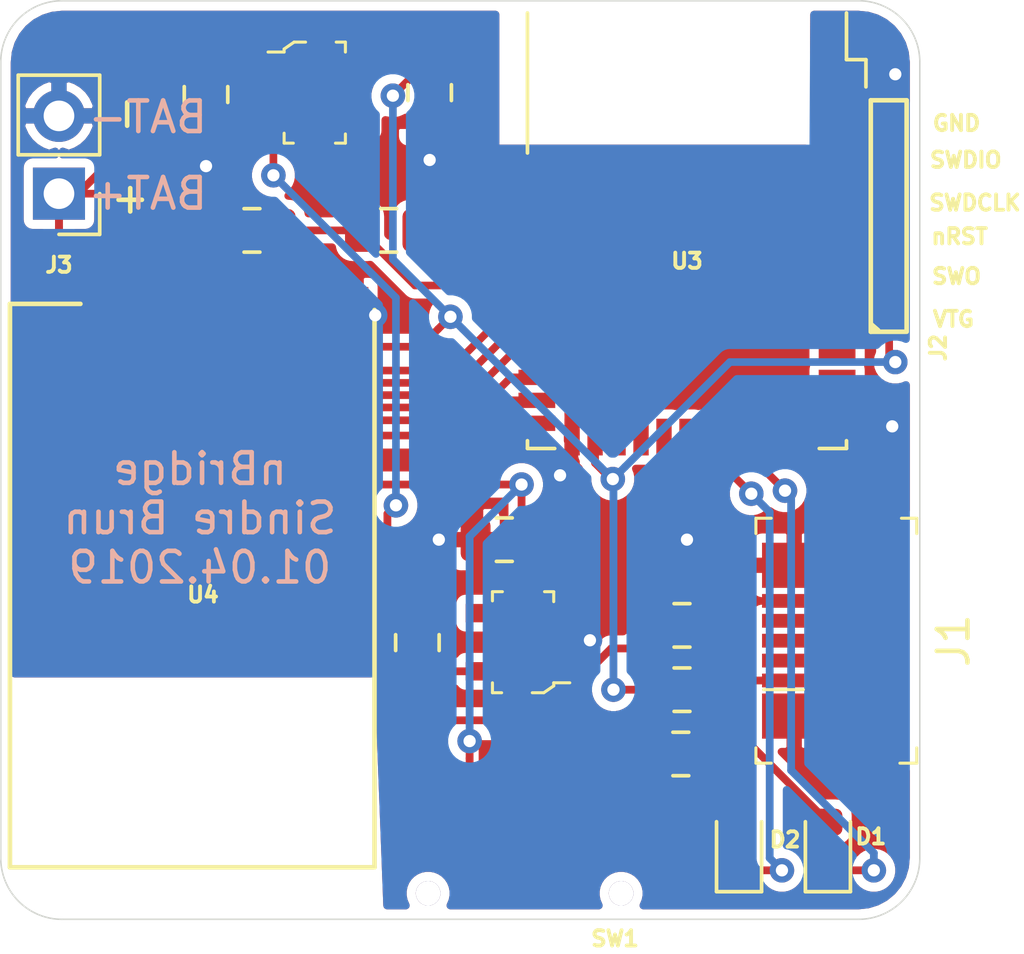
<source format=kicad_pcb>
(kicad_pcb (version 20171130) (host pcbnew "(5.1.0-69-gb00413b7d)")

  (general
    (thickness 1.6)
    (drawings 19)
    (tracks 189)
    (zones 0)
    (modules 19)
    (nets 47)
  )

  (page A4)
  (layers
    (0 F.Cu signal)
    (31 B.Cu signal)
    (32 B.Adhes user)
    (33 F.Adhes user)
    (34 B.Paste user)
    (35 F.Paste user)
    (36 B.SilkS user)
    (37 F.SilkS user)
    (38 B.Mask user)
    (39 F.Mask user)
    (40 Dwgs.User user)
    (41 Cmts.User user hide)
    (42 Eco1.User user)
    (43 Eco2.User user)
    (44 Edge.Cuts user)
    (45 Margin user)
    (46 B.CrtYd user)
    (47 F.CrtYd user)
    (48 B.Fab user)
    (49 F.Fab user hide)
  )

  (setup
    (last_trace_width 0.254)
    (user_trace_width 0.152)
    (user_trace_width 0.254)
    (trace_clearance 0.152)
    (zone_clearance 0.3)
    (zone_45_only no)
    (trace_min 0.15)
    (via_size 0.8)
    (via_drill 0.4)
    (via_min_size 0.4)
    (via_min_drill 0.3)
    (uvia_size 0.3)
    (uvia_drill 0.1)
    (uvias_allowed no)
    (uvia_min_size 0.2)
    (uvia_min_drill 0.1)
    (edge_width 0.05)
    (segment_width 0.2)
    (pcb_text_width 0.3)
    (pcb_text_size 1.5 1.5)
    (mod_edge_width 0.12)
    (mod_text_size 1 1)
    (mod_text_width 0.15)
    (pad_size 1.524 1.524)
    (pad_drill 0.762)
    (pad_to_mask_clearance 0.051)
    (solder_mask_min_width 0.25)
    (aux_axis_origin 0 0)
    (grid_origin 86.6 149.2)
    (visible_elements 7FFFFFFF)
    (pcbplotparams
      (layerselection 0x010fc_ffffffff)
      (usegerberextensions false)
      (usegerberattributes true)
      (usegerberadvancedattributes false)
      (creategerberjobfile false)
      (excludeedgelayer true)
      (linewidth 0.100000)
      (plotframeref false)
      (viasonmask false)
      (mode 1)
      (useauxorigin false)
      (hpglpennumber 1)
      (hpglpenspeed 20)
      (hpglpendiameter 15.000000)
      (psnegative false)
      (psa4output false)
      (plotreference true)
      (plotvalue true)
      (plotinvisibletext false)
      (padsonsilk false)
      (subtractmaskfromsilk true)
      (outputformat 1)
      (mirror false)
      (drillshape 0)
      (scaleselection 1)
      (outputdirectory "Gerbers/"))
  )

  (net 0 "")
  (net 1 /V_BAT)
  (net 2 GND)
  (net 3 +3V3)
  (net 4 /SWDCLK)
  (net 5 /SWDIO)
  (net 6 "Net-(R1-Pad1)")
  (net 7 "Net-(U3-Pad2)")
  (net 8 "Net-(U3-Pad3)")
  (net 9 "Net-(U3-Pad4)")
  (net 10 "Net-(U3-Pad8)")
  (net 11 "Net-(U3-Pad10)")
  (net 12 "Net-(U3-Pad11)")
  (net 13 "Net-(U3-Pad12)")
  (net 14 "Net-(U3-Pad13)")
  (net 15 "Net-(U3-Pad14)")
  (net 16 "Net-(U3-Pad15)")
  (net 17 "Net-(U3-Pad17)")
  (net 18 "Net-(U3-Pad18)")
  (net 19 "Net-(U3-Pad21)")
  (net 20 "Net-(U3-Pad22)")
  (net 21 "Net-(U3-Pad23)")
  (net 22 "Net-(U3-Pad24)")
  (net 23 "Net-(U3-Pad25)")
  (net 24 "Net-(U3-Pad36)")
  (net 25 "Net-(U3-Pad37)")
  (net 26 "Net-(SW1-Pad3)")
  (net 27 /nRESET)
  (net 28 /SWO)
  (net 29 "Net-(D1-Pad2)")
  (net 30 /LED0)
  (net 31 /LED1)
  (net 32 "Net-(D2-Pad2)")
  (net 33 /BAT_MSR)
  (net 34 /MOSI)
  (net 35 /BAT_MSR_EN)
  (net 36 /MISO)
  (net 37 /CLK)
  (net 38 /GDO2)
  (net 39 /GDO0)
  (net 40 /nCS)
  (net 41 "Net-(U3-Pad38)")
  (net 42 "Net-(U1-Pad4)")
  (net 43 /USB+)
  (net 44 "Net-(J1-Pad2)")
  (net 45 "Net-(J1-Pad3)")
  (net 46 "Net-(J1-Pad4)")

  (net_class Default "This is the default net class."
    (clearance 0.152)
    (trace_width 0.25)
    (via_dia 0.8)
    (via_drill 0.4)
    (uvia_dia 0.3)
    (uvia_drill 0.1)
    (add_net +3V3)
    (add_net /BAT_MSR)
    (add_net /BAT_MSR_EN)
    (add_net /CLK)
    (add_net /GDO0)
    (add_net /GDO2)
    (add_net /LED0)
    (add_net /LED1)
    (add_net /MISO)
    (add_net /MOSI)
    (add_net /SWDCLK)
    (add_net /SWDIO)
    (add_net /SWO)
    (add_net /USB+)
    (add_net /V_BAT)
    (add_net /nCS)
    (add_net /nRESET)
    (add_net GND)
    (add_net "Net-(D1-Pad2)")
    (add_net "Net-(D2-Pad2)")
    (add_net "Net-(J1-Pad2)")
    (add_net "Net-(J1-Pad3)")
    (add_net "Net-(J1-Pad4)")
    (add_net "Net-(R1-Pad1)")
    (add_net "Net-(SW1-Pad3)")
    (add_net "Net-(U1-Pad4)")
    (add_net "Net-(U3-Pad10)")
    (add_net "Net-(U3-Pad11)")
    (add_net "Net-(U3-Pad12)")
    (add_net "Net-(U3-Pad13)")
    (add_net "Net-(U3-Pad14)")
    (add_net "Net-(U3-Pad15)")
    (add_net "Net-(U3-Pad17)")
    (add_net "Net-(U3-Pad18)")
    (add_net "Net-(U3-Pad2)")
    (add_net "Net-(U3-Pad21)")
    (add_net "Net-(U3-Pad22)")
    (add_net "Net-(U3-Pad23)")
    (add_net "Net-(U3-Pad24)")
    (add_net "Net-(U3-Pad25)")
    (add_net "Net-(U3-Pad3)")
    (add_net "Net-(U3-Pad36)")
    (add_net "Net-(U3-Pad37)")
    (add_net "Net-(U3-Pad38)")
    (add_net "Net-(U3-Pad4)")
    (add_net "Net-(U3-Pad8)")
  )

  (module digikey-footprints:USB_Micro_B_Female_0473460001 (layer F.Cu) (tedit 5CAE0291) (tstamp 5CC99CFD)
    (at 114.8 140.1 270)
    (descr http://www.molex.com/pdm_docs/sd/473460001_sd.pdf)
    (path /5CCBECEA)
    (fp_text reference J1 (at 0 -2.9 270) (layer F.SilkS)
      (effects (font (size 1 1) (thickness 0.15)))
    )
    (fp_text value 0473460001 (at 0 4.85 270) (layer F.Fab)
      (effects (font (size 1 1) (thickness 0.15)))
    )
    (fp_line (start 4.35 3.67) (end -4.35 3.67) (layer F.CrtYd) (width 0.05))
    (fp_line (start -4.35 -1.83) (end -4.35 3.67) (layer F.CrtYd) (width 0.05))
    (fp_line (start 4.35 -1.83) (end -4.35 -1.83) (layer F.CrtYd) (width 0.05))
    (fp_line (start 4.35 -1.83) (end 4.35 3.67) (layer F.CrtYd) (width 0.05))
    (fp_line (start -4 -1.7) (end -3.5 -1.7) (layer F.SilkS) (width 0.1))
    (fp_line (start -4 -1.7) (end -4 -1.2) (layer F.SilkS) (width 0.1))
    (fp_line (start -4 3.55) (end -3.5 3.55) (layer F.SilkS) (width 0.1))
    (fp_line (start -4 3.55) (end -4 3.05) (layer F.SilkS) (width 0.1))
    (fp_line (start 1.6 3.3) (end 1.6 2) (layer F.SilkS) (width 0.1))
    (fp_line (start 4 -1.7) (end 3.5 -1.7) (layer F.SilkS) (width 0.1))
    (fp_line (start 4 -1.7) (end 4 -1.15) (layer F.SilkS) (width 0.1))
    (fp_line (start 4 3.55) (end 3.5 3.55) (layer F.SilkS) (width 0.1))
    (fp_line (start 4 3.55) (end 4 3.05) (layer F.SilkS) (width 0.1))
    (fp_line (start 3.9 -1.58) (end -3.9 -1.58) (layer F.Fab) (width 0.1))
    (fp_line (start -3.9 3.42) (end -3.9 -1.58) (layer F.Fab) (width 0.1))
    (fp_line (start 3.9 3.42) (end 3.9 -1.58) (layer F.Fab) (width 0.1))
    (fp_line (start 3.9 3.42) (end -3.9 3.42) (layer F.Fab) (width 0.1))
    (pad SH smd rect (at -2.4625 2.3 180) (size 2.1 1.475) (layers F.Cu F.Paste F.Mask)
      (net 2 GND))
    (pad SH smd rect (at -0.8375 0 180) (size 1.9 1.175) (layers F.Cu F.Paste F.Mask)
      (net 2 GND))
    (pad SH smd rect (at 2.9125 0 180) (size 1.9 2.375) (layers F.Cu F.Paste F.Mask)
      (net 2 GND))
    (pad SH smd rect (at -2.9125 0 180) (size 1.9 2.375) (layers F.Cu F.Paste F.Mask)
      (net 2 GND))
    (pad SH smd rect (at 0.8375 0 180) (size 1.9 1.175) (layers F.Cu F.Paste F.Mask)
      (net 2 GND))
    (pad SH smd rect (at 2.4625 2.3 180) (size 2.1 1.475) (layers F.Cu F.Paste F.Mask)
      (net 2 GND))
    (pad 1 smd rect (at 1.3 2.66 180) (size 1.38 0.45) (layers F.Cu F.Paste F.Mask)
      (net 43 /USB+))
    (pad 2 smd rect (at 0.65 2.66 180) (size 1.38 0.45) (layers F.Cu F.Paste F.Mask)
      (net 44 "Net-(J1-Pad2)"))
    (pad 3 smd rect (at 0 2.66 180) (size 1.38 0.45) (layers F.Cu F.Paste F.Mask)
      (net 45 "Net-(J1-Pad3)"))
    (pad 4 smd rect (at -0.65 2.66 180) (size 1.38 0.45) (layers F.Cu F.Paste F.Mask)
      (net 46 "Net-(J1-Pad4)"))
    (pad 5 smd rect (at -1.3 2.66 180) (size 1.38 0.45) (layers F.Cu F.Paste F.Mask)
      (net 2 GND))
    (model C:/Users/sindr/OneDrive/Documents/Prosjekter/PCBModels/473460001.stp
      (offset (xyz 0 -0.2 1.22))
      (scale (xyz 1 1 1))
      (rotate (xyz -90 0 180))
    )
  )

  (module Connector_PinHeader_2.54mm:PinHeader_1x02_P2.54mm_Vertical (layer F.Cu) (tedit 59FED5CC) (tstamp 5C9FB263)
    (at 88.5 125.5 180)
    (descr "Through hole straight pin header, 1x02, 2.54mm pitch, single row")
    (tags "Through hole pin header THT 1x02 2.54mm single row")
    (path /5C9F8D2A)
    (fp_text reference J3 (at 0 -2.33 180) (layer F.SilkS)
      (effects (font (size 0.5 0.5) (thickness 0.15)))
    )
    (fp_text value Conn_01x02 (at 0 4.87 180) (layer F.Fab)
      (effects (font (size 0.5 0.5) (thickness 0.15)))
    )
    (fp_text user %R (at 0 1.27 270) (layer F.Fab)
      (effects (font (size 0.5 0.5) (thickness 0.15)))
    )
    (fp_line (start 1.8 -1.8) (end -1.8 -1.8) (layer F.CrtYd) (width 0.05))
    (fp_line (start 1.8 4.35) (end 1.8 -1.8) (layer F.CrtYd) (width 0.05))
    (fp_line (start -1.8 4.35) (end 1.8 4.35) (layer F.CrtYd) (width 0.05))
    (fp_line (start -1.8 -1.8) (end -1.8 4.35) (layer F.CrtYd) (width 0.05))
    (fp_line (start -1.33 -1.33) (end 0 -1.33) (layer F.SilkS) (width 0.12))
    (fp_line (start -1.33 0) (end -1.33 -1.33) (layer F.SilkS) (width 0.12))
    (fp_line (start -1.33 1.27) (end 1.33 1.27) (layer F.SilkS) (width 0.12))
    (fp_line (start 1.33 1.27) (end 1.33 3.87) (layer F.SilkS) (width 0.12))
    (fp_line (start -1.33 1.27) (end -1.33 3.87) (layer F.SilkS) (width 0.12))
    (fp_line (start -1.33 3.87) (end 1.33 3.87) (layer F.SilkS) (width 0.12))
    (fp_line (start -1.27 -0.635) (end -0.635 -1.27) (layer F.Fab) (width 0.1))
    (fp_line (start -1.27 3.81) (end -1.27 -0.635) (layer F.Fab) (width 0.1))
    (fp_line (start 1.27 3.81) (end -1.27 3.81) (layer F.Fab) (width 0.1))
    (fp_line (start 1.27 -1.27) (end 1.27 3.81) (layer F.Fab) (width 0.1))
    (fp_line (start -0.635 -1.27) (end 1.27 -1.27) (layer F.Fab) (width 0.1))
    (pad 2 thru_hole oval (at 0 2.54 180) (size 1.7 1.7) (drill 1) (layers *.Cu *.Mask)
      (net 2 GND))
    (pad 1 thru_hole rect (at 0 0 180) (size 1.7 1.7) (drill 1) (layers *.Cu *.Mask)
      (net 1 /V_BAT))
  )

  (module nBridge:CC2500Module (layer F.Cu) (tedit 5C9E2102) (tstamp 5CCACEE2)
    (at 93.3 129.2 180)
    (path /5C9DFB7C)
    (fp_text reference U4 (at 0.1 -9.4 180) (layer F.SilkS)
      (effects (font (size 0.5 0.5) (thickness 0.15)))
    )
    (fp_text value CC2500Module (at 0.2 -19.2 180) (layer F.Fab)
      (effects (font (size 0.5 0.5) (thickness 0.15)))
    )
    (fp_line (start 6.66 0.78) (end -5.68 0.78) (layer F.CrtYd) (width 0.12))
    (fp_line (start 6.66 -18.51) (end 6.66 0.78) (layer F.CrtYd) (width 0.12))
    (fp_line (start -5.7 -18.51) (end 6.66 -18.51) (layer F.CrtYd) (width 0.12))
    (fp_line (start -5.7 0.78) (end -5.7 -18.51) (layer F.CrtYd) (width 0.12))
    (fp_line (start 6.4 0.1) (end 4.1 0.1) (layer F.SilkS) (width 0.15))
    (fp_line (start 6.4 -18.3) (end 6.4 0.1) (layer F.SilkS) (width 0.15))
    (fp_line (start -5.5 -18.3) (end 6.4 -18.3) (layer F.SilkS) (width 0.15))
    (fp_line (start -5.5 -0.1) (end -5.5 -18.3) (layer F.SilkS) (width 0.15))
    (pad 8 smd rect (at 3.5 -0.1 180) (size 0.8 1.5) (layers F.Cu F.Paste F.Mask)
      (net 40 /nCS))
    (pad 7 smd rect (at 2.3 -0.1 180) (size 0.8 1.5) (layers F.Cu F.Paste F.Mask)
      (net 39 /GDO0))
    (pad 6 smd rect (at 1.1 -0.1 180) (size 0.8 1.5) (layers F.Cu F.Paste F.Mask)
      (net 38 /GDO2))
    (pad 5 smd rect (at -0.1 -0.1 180) (size 0.8 1.5) (layers F.Cu F.Paste F.Mask)
      (net 36 /MISO))
    (pad 4 smd rect (at -1.3 -0.1 180) (size 0.8 1.5) (layers F.Cu F.Paste F.Mask)
      (net 37 /CLK))
    (pad 3 smd rect (at -2.5 -0.1 180) (size 0.8 1.5) (layers F.Cu F.Paste F.Mask)
      (net 34 /MOSI))
    (pad 2 smd rect (at -3.7 -0.1 180) (size 0.8 1.5) (layers F.Cu F.Paste F.Mask)
      (net 3 +3V3))
    (pad 1 smd rect (at -4.9 -0.1 180) (size 0.8 1.5) (layers F.Cu F.Paste F.Mask)
      (net 2 GND))
    (model C:/Users/sindr/OneDrive/Documents/Prosjekter/PCBModels/CC2500.step
      (offset (xyz 0.5 9 0))
      (scale (xyz 1 1 1))
      (rotate (xyz 0 0 180))
    )
  )

  (module RF_Module:Laird_BL652 (layer F.Cu) (tedit 5A056D13) (tstamp 5C9FB08F)
    (at 109 127.6 270)
    (descr "Bluetooth v4.2 + NFC module")
    (tags "Bluetooth BLE NFC")
    (path /5C9A7A9B)
    (attr smd)
    (fp_text reference U3 (at 0.1 0 180) (layer F.SilkS)
      (effects (font (size 0.5 0.5) (thickness 0.15)))
    )
    (fp_text value BL652 (at 0 0 270) (layer F.Fab)
      (effects (font (size 0.5 0.5) (thickness 0.15)))
    )
    (fp_text user %R (at 0 -2.5 270) (layer F.Fab)
      (effects (font (size 0.5 0.5) (thickness 0.15)))
    )
    (fp_line (start -8.05 -5) (end -8.05 5) (layer F.Fab) (width 0.1))
    (fp_line (start -8.05 -5) (end 5.9 -5) (layer F.Fab) (width 0.1))
    (fp_line (start 5.95 -5) (end 5.95 5) (layer F.Fab) (width 0.1))
    (fp_line (start 5.95 5) (end -8.05 5) (layer F.Fab) (width 0.1))
    (fp_line (start 6.223 5.207) (end 6.223 4.318) (layer F.SilkS) (width 0.12))
    (fp_line (start 7 -6) (end 7 6) (layer F.CrtYd) (width 0.05))
    (fp_line (start -8.25 -6) (end 7 -6) (layer F.CrtYd) (width 0.05))
    (fp_line (start -8.25 6) (end -8.25 -6) (layer F.CrtYd) (width 0.05))
    (fp_line (start 7 6) (end -8.25 6) (layer F.CrtYd) (width 0.05))
    (fp_line (start 5.969 -5.207) (end 6.223 -5.207) (layer F.SilkS) (width 0.12))
    (fp_line (start 6.223 -5.207) (end 6.223 -4.318) (layer F.SilkS) (width 0.12))
    (fp_line (start 6.223 5.207) (end 5.969 5.207) (layer F.SilkS) (width 0.12))
    (fp_line (start -8.001 -5.207) (end -6.477 -5.207) (layer F.SilkS) (width 0.12))
    (fp_line (start -6.477 -5.207) (end -6.477 -5.842) (layer F.SilkS) (width 0.12))
    (fp_line (start -6.477 -5.842) (end -5.588 -5.842) (layer F.SilkS) (width 0.12))
    (fp_line (start -3.429 5.207) (end -8.001 5.207) (layer F.SilkS) (width 0.12))
    (pad 39 smd rect (at -2.85 4.9) (size 1.2 0.5) (layers F.Cu F.Paste F.Mask)
      (net 2 GND))
    (pad 38 smd rect (at -2.1 4.9) (size 1.2 0.5) (layers F.Cu F.Paste F.Mask)
      (net 41 "Net-(U3-Pad38)"))
    (pad 37 smd rect (at -1.35 4.9) (size 1.2 0.5) (layers F.Cu F.Paste F.Mask)
      (net 25 "Net-(U3-Pad37)"))
    (pad 36 smd rect (at -0.6 4.9) (size 1.2 0.5) (layers F.Cu F.Paste F.Mask)
      (net 24 "Net-(U3-Pad36)"))
    (pad 35 smd rect (at 0.15 4.9) (size 1.2 0.5) (layers F.Cu F.Paste F.Mask)
      (net 35 /BAT_MSR_EN))
    (pad 34 smd rect (at 0.9 4.9) (size 1.2 0.5) (layers F.Cu F.Paste F.Mask)
      (net 33 /BAT_MSR))
    (pad 33 smd rect (at 1.65 4.9) (size 1.2 0.5) (layers F.Cu F.Paste F.Mask)
      (net 34 /MOSI))
    (pad 32 smd rect (at 2.4 4.9) (size 1.2 0.5) (layers F.Cu F.Paste F.Mask)
      (net 37 /CLK))
    (pad 31 smd rect (at 3.15 4.9) (size 1.2 0.5) (layers F.Cu F.Paste F.Mask)
      (net 36 /MISO))
    (pad 30 smd rect (at 3.9 4.9) (size 1.2 0.5) (layers F.Cu F.Paste F.Mask)
      (net 38 /GDO2))
    (pad 29 smd rect (at 4.65 4.9) (size 1.2 0.5) (layers F.Cu F.Paste F.Mask)
      (net 39 /GDO0))
    (pad 28 smd rect (at 5.4 4.9) (size 1.2 0.5) (layers F.Cu F.Paste F.Mask)
      (net 40 /nCS))
    (pad 27 smd rect (at 5.85 3.75 270) (size 1.2 0.5) (layers F.Cu F.Paste F.Mask)
      (net 2 GND))
    (pad 26 smd rect (at 5.85 3 270) (size 1.2 0.5) (layers F.Cu F.Paste F.Mask)
      (net 3 +3V3))
    (pad 25 smd rect (at 5.85 2.25 270) (size 1.2 0.5) (layers F.Cu F.Paste F.Mask)
      (net 23 "Net-(U3-Pad25)"))
    (pad 24 smd rect (at 5.85 1.5 270) (size 1.2 0.5) (layers F.Cu F.Paste F.Mask)
      (net 22 "Net-(U3-Pad24)"))
    (pad 23 smd rect (at 5.85 0.75 270) (size 1.2 0.5) (layers F.Cu F.Paste F.Mask)
      (net 21 "Net-(U3-Pad23)"))
    (pad 22 smd rect (at 5.85 0 270) (size 1.2 0.5) (layers F.Cu F.Paste F.Mask)
      (net 20 "Net-(U3-Pad22)"))
    (pad 21 smd rect (at 5.85 -0.75 270) (size 1.2 0.5) (layers F.Cu F.Paste F.Mask)
      (net 19 "Net-(U3-Pad21)"))
    (pad 20 smd rect (at 5.85 -1.5 270) (size 1.2 0.5) (layers F.Cu F.Paste F.Mask)
      (net 30 /LED0))
    (pad 19 smd rect (at 5.85 -2.25 270) (size 1.2 0.5) (layers F.Cu F.Paste F.Mask)
      (net 31 /LED1))
    (pad 18 smd rect (at 5.85 -3 270) (size 1.2 0.5) (layers F.Cu F.Paste F.Mask)
      (net 18 "Net-(U3-Pad18)"))
    (pad 17 smd rect (at 5.85 -3.75 270) (size 1.2 0.5) (layers F.Cu F.Paste F.Mask)
      (net 17 "Net-(U3-Pad17)"))
    (pad 16 smd rect (at 5.4 -4.9) (size 1.2 0.5) (layers F.Cu F.Paste F.Mask)
      (net 2 GND))
    (pad 15 smd rect (at 4.65 -4.9) (size 1.2 0.5) (layers F.Cu F.Paste F.Mask)
      (net 16 "Net-(U3-Pad15)"))
    (pad 14 smd rect (at 3.9 -4.9) (size 1.2 0.5) (layers F.Cu F.Paste F.Mask)
      (net 15 "Net-(U3-Pad14)"))
    (pad 13 smd rect (at 3.15 -4.9) (size 1.2 0.5) (layers F.Cu F.Paste F.Mask)
      (net 14 "Net-(U3-Pad13)"))
    (pad 12 smd rect (at 2.4 -4.9) (size 1.2 0.5) (layers F.Cu F.Paste F.Mask)
      (net 13 "Net-(U3-Pad12)"))
    (pad 11 smd rect (at 1.65 -4.9) (size 1.2 0.5) (layers F.Cu F.Paste F.Mask)
      (net 12 "Net-(U3-Pad11)"))
    (pad 10 smd rect (at 0.9 -4.9) (size 1.2 0.5) (layers F.Cu F.Paste F.Mask)
      (net 11 "Net-(U3-Pad10)"))
    (pad 9 smd rect (at 0.15 -4.9) (size 1.2 0.5) (layers F.Cu F.Paste F.Mask)
      (net 28 /SWO))
    (pad 8 smd rect (at -0.6 -4.9) (size 1.2 0.5) (layers F.Cu F.Paste F.Mask)
      (net 10 "Net-(U3-Pad8)"))
    (pad 7 smd rect (at -1.35 -4.9) (size 1.2 0.5) (layers F.Cu F.Paste F.Mask)
      (net 27 /nRESET))
    (pad 6 smd rect (at -2.1 -4.9) (size 1.2 0.5) (layers F.Cu F.Paste F.Mask)
      (net 4 /SWDCLK))
    (pad 5 smd rect (at -2.85 -4.9) (size 1.2 0.5) (layers F.Cu F.Paste F.Mask)
      (net 5 /SWDIO))
    (pad 4 smd rect (at -3.6 -4.9) (size 1.2 0.5) (layers F.Cu F.Paste F.Mask)
      (net 9 "Net-(U3-Pad4)"))
    (pad 3 smd rect (at -4.35 -4.9) (size 1.2 0.5) (layers F.Cu F.Paste F.Mask)
      (net 8 "Net-(U3-Pad3)"))
    (pad 2 smd rect (at -5.1 -4.9) (size 1.2 0.5) (layers F.Cu F.Paste F.Mask)
      (net 7 "Net-(U3-Pad2)"))
    (pad 1 smd rect (at -5.85 -4.9) (size 1.2 0.5) (layers F.Cu F.Paste F.Mask)
      (net 2 GND))
    (model C:/Users/sindr/OneDrive/Documents/Prosjekter/PCBModels/BL652.step
      (offset (xyz -1 0 0))
      (scale (xyz 1 1 1))
      (rotate (xyz 0 0 -90))
    )
  )

  (module SharedFootprints:Conn_Pas_01x06_1.27mm (layer F.Cu) (tedit 5CA0FA80) (tstamp 5CAB2CA2)
    (at 115.6 129.38 90)
    (path /5CA132F4)
    (fp_text reference J2 (at -1.15 1.6 90) (layer F.SilkS)
      (effects (font (size 0.5 0.5) (thickness 0.15)))
    )
    (fp_text value Conn_01x06 (at 3.34 -1.46 90) (layer F.Fab)
      (effects (font (size 0.5 0.5) (thickness 0.15)))
    )
    (fp_line (start -0.48 -0.6) (end -0.56 -0.48) (layer F.SilkS) (width 0.15))
    (fp_line (start -0.38 -0.59) (end -0.58 -0.36) (layer F.SilkS) (width 0.15))
    (fp_line (start -0.63 -0.6) (end -0.63 0.53) (layer F.SilkS) (width 0.15))
    (fp_line (start 6.93 -0.6) (end -0.63 -0.6) (layer F.SilkS) (width 0.15))
    (fp_line (start 6.93 0.57) (end 6.93 -0.6) (layer F.SilkS) (width 0.15))
    (fp_line (start -0.63 0.57) (end 6.93 0.57) (layer F.SilkS) (width 0.15))
    (fp_line (start -0.59 -0.55) (end -0.59 0.57) (layer F.CrtYd) (width 0.12))
    (fp_line (start 6.93 -0.55) (end -0.59 -0.55) (layer F.CrtYd) (width 0.12))
    (fp_line (start 6.93 0.61) (end 6.93 -0.55) (layer F.CrtYd) (width 0.12))
    (fp_line (start -0.59 0.61) (end 6.93 0.61) (layer F.CrtYd) (width 0.12))
    (pad 6 connect circle (at 6.35 0 90) (size 0.7 0.7) (layers F.Cu F.Mask)
      (net 2 GND))
    (pad 5 connect circle (at 5.08 0 90) (size 0.7 0.7) (layers F.Cu F.Mask)
      (net 5 /SWDIO))
    (pad 4 connect circle (at 3.81 0 90) (size 0.7 0.7) (layers F.Cu F.Mask)
      (net 4 /SWDCLK))
    (pad 3 connect circle (at 2.54 0 90) (size 0.7 0.7) (layers F.Cu F.Mask)
      (net 27 /nRESET))
    (pad 2 connect circle (at 1.27 0 90) (size 0.7 0.7) (layers F.Cu F.Mask)
      (net 28 /SWO))
    (pad 1 connect circle (at 0 0 90) (size 0.7 0.7) (layers F.Cu F.Mask)
      (net 3 +3V3))
  )

  (module LED_SMD:LED_0603_1608Metric (layer F.Cu) (tedit 5B301BBE) (tstamp 5CA1CAD9)
    (at 113.6 146.8125 90)
    (descr "LED SMD 0603 (1608 Metric), square (rectangular) end terminal, IPC_7351 nominal, (Body size source: http://www.tortai-tech.com/upload/download/2011102023233369053.pdf), generated with kicad-footprint-generator")
    (tags diode)
    (path /5CA4D182)
    (attr smd)
    (fp_text reference D1 (at 0.3125 1.4 180) (layer F.SilkS)
      (effects (font (size 0.5 0.5) (thickness 0.125)))
    )
    (fp_text value LED (at 0 1.43 90) (layer F.Fab)
      (effects (font (size 1 1) (thickness 0.15)))
    )
    (fp_text user %R (at 0 0 90) (layer F.Fab)
      (effects (font (size 0.4 0.4) (thickness 0.06)))
    )
    (fp_line (start 1.48 0.73) (end -1.48 0.73) (layer F.CrtYd) (width 0.05))
    (fp_line (start 1.48 -0.73) (end 1.48 0.73) (layer F.CrtYd) (width 0.05))
    (fp_line (start -1.48 -0.73) (end 1.48 -0.73) (layer F.CrtYd) (width 0.05))
    (fp_line (start -1.48 0.73) (end -1.48 -0.73) (layer F.CrtYd) (width 0.05))
    (fp_line (start -1.485 0.735) (end 0.8 0.735) (layer F.SilkS) (width 0.12))
    (fp_line (start -1.485 -0.735) (end -1.485 0.735) (layer F.SilkS) (width 0.12))
    (fp_line (start 0.8 -0.735) (end -1.485 -0.735) (layer F.SilkS) (width 0.12))
    (fp_line (start 0.8 0.4) (end 0.8 -0.4) (layer F.Fab) (width 0.1))
    (fp_line (start -0.8 0.4) (end 0.8 0.4) (layer F.Fab) (width 0.1))
    (fp_line (start -0.8 -0.1) (end -0.8 0.4) (layer F.Fab) (width 0.1))
    (fp_line (start -0.5 -0.4) (end -0.8 -0.1) (layer F.Fab) (width 0.1))
    (fp_line (start 0.8 -0.4) (end -0.5 -0.4) (layer F.Fab) (width 0.1))
    (pad 2 smd roundrect (at 0.7875 0 90) (size 0.875 0.95) (layers F.Cu F.Paste F.Mask) (roundrect_rratio 0.25)
      (net 29 "Net-(D1-Pad2)"))
    (pad 1 smd roundrect (at -0.7875 0 90) (size 0.875 0.95) (layers F.Cu F.Paste F.Mask) (roundrect_rratio 0.25)
      (net 31 /LED1))
    (model ${KISYS3DMOD}/LED_SMD.3dshapes/LED_0603_1608Metric.wrl
      (at (xyz 0 0 0))
      (scale (xyz 1 1 1))
      (rotate (xyz 0 0 0))
    )
  )

  (module LED_SMD:LED_0603_1608Metric (layer F.Cu) (tedit 5B301BBE) (tstamp 5CA1CCE8)
    (at 110.7 146.8125 90)
    (descr "LED SMD 0603 (1608 Metric), square (rectangular) end terminal, IPC_7351 nominal, (Body size source: http://www.tortai-tech.com/upload/download/2011102023233369053.pdf), generated with kicad-footprint-generator")
    (tags diode)
    (path /5CA4D88D)
    (attr smd)
    (fp_text reference D2 (at 0.2125 1.5) (layer F.SilkS)
      (effects (font (size 0.5 0.5) (thickness 0.125)))
    )
    (fp_text value LED (at 0 1.43 90) (layer F.Fab)
      (effects (font (size 1 1) (thickness 0.15)))
    )
    (fp_text user %R (at 0 0 90) (layer F.Fab)
      (effects (font (size 0.4 0.4) (thickness 0.06)))
    )
    (fp_line (start 1.48 0.73) (end -1.48 0.73) (layer F.CrtYd) (width 0.05))
    (fp_line (start 1.48 -0.73) (end 1.48 0.73) (layer F.CrtYd) (width 0.05))
    (fp_line (start -1.48 -0.73) (end 1.48 -0.73) (layer F.CrtYd) (width 0.05))
    (fp_line (start -1.48 0.73) (end -1.48 -0.73) (layer F.CrtYd) (width 0.05))
    (fp_line (start -1.485 0.735) (end 0.8 0.735) (layer F.SilkS) (width 0.12))
    (fp_line (start -1.485 -0.735) (end -1.485 0.735) (layer F.SilkS) (width 0.12))
    (fp_line (start 0.8 -0.735) (end -1.485 -0.735) (layer F.SilkS) (width 0.12))
    (fp_line (start 0.8 0.4) (end 0.8 -0.4) (layer F.Fab) (width 0.1))
    (fp_line (start -0.8 0.4) (end 0.8 0.4) (layer F.Fab) (width 0.1))
    (fp_line (start -0.8 -0.1) (end -0.8 0.4) (layer F.Fab) (width 0.1))
    (fp_line (start -0.5 -0.4) (end -0.8 -0.1) (layer F.Fab) (width 0.1))
    (fp_line (start 0.8 -0.4) (end -0.5 -0.4) (layer F.Fab) (width 0.1))
    (pad 2 smd roundrect (at 0.7875 0 90) (size 0.875 0.95) (layers F.Cu F.Paste F.Mask) (roundrect_rratio 0.25)
      (net 32 "Net-(D2-Pad2)"))
    (pad 1 smd roundrect (at -0.7875 0 90) (size 0.875 0.95) (layers F.Cu F.Paste F.Mask) (roundrect_rratio 0.25)
      (net 30 /LED0))
    (model ${KISYS3DMOD}/LED_SMD.3dshapes/LED_0603_1608Metric.wrl
      (at (xyz 0 0 0))
      (scale (xyz 1 1 1))
      (rotate (xyz 0 0 0))
    )
  )

  (module digikey-footprints:SOT-753 (layer F.Cu) (tedit 59EF821D) (tstamp 5CC99A02)
    (at 96.85 122.2 270)
    (path /5CC9DC84)
    (fp_text reference U1 (at -0.025 -3.375 270) (layer Cmts.User)
      (effects (font (size 1 1) (thickness 0.15)))
    )
    (fp_text value LP5907MFX-3_3_NOPB (at 0.35 4.025 270) (layer F.Fab)
      (effects (font (size 1 1) (thickness 0.15)))
    )
    (fp_line (start -1.825 2.125) (end -1.825 -2.125) (layer F.CrtYd) (width 0.05))
    (fp_line (start 1.825 2.125) (end -1.825 2.125) (layer F.CrtYd) (width 0.05))
    (fp_line (start 1.825 -2.125) (end 1.825 2.125) (layer F.CrtYd) (width 0.05))
    (fp_line (start -1.825 -2.125) (end 1.825 -2.125) (layer F.CrtYd) (width 0.05))
    (fp_text user %R (at 0 0.1 270) (layer F.Fab)
      (effects (font (size 0.75 0.75) (thickness 0.075)))
    )
    (fp_line (start -1.325 -1) (end -1.65 -1) (layer F.SilkS) (width 0.1))
    (fp_line (start -1.65 -1) (end -1.65 -0.7) (layer F.SilkS) (width 0.1))
    (fp_line (start 1.325 1) (end 1.65 1) (layer F.SilkS) (width 0.1))
    (fp_line (start 1.65 1) (end 1.65 0.7) (layer F.SilkS) (width 0.1))
    (fp_line (start 1.35 -1) (end 1.65 -1) (layer F.SilkS) (width 0.1))
    (fp_line (start 1.65 -1) (end 1.65 -0.675) (layer F.SilkS) (width 0.1))
    (fp_line (start -1.65 0.675) (end -1.425 1) (layer F.SilkS) (width 0.1))
    (fp_line (start -1.425 1) (end -1.325 1) (layer F.SilkS) (width 0.1))
    (fp_line (start -1.325 1) (end -1.325 1.525) (layer F.SilkS) (width 0.1))
    (fp_line (start -1.65 0.675) (end -1.65 0.3) (layer F.SilkS) (width 0.1))
    (fp_line (start -1.525 0.625) (end -1.525 -0.875) (layer F.Fab) (width 0.1))
    (fp_line (start -1.35 0.875) (end 1.525 0.875) (layer F.Fab) (width 0.1))
    (fp_line (start -1.525 0.625) (end -1.35 0.875) (layer F.Fab) (width 0.1))
    (fp_line (start 1.525 -0.875) (end 1.525 0.875) (layer F.Fab) (width 0.1))
    (fp_line (start -1.525 -0.875) (end 1.525 -0.875) (layer F.Fab) (width 0.1))
    (pad 5 smd rect (at -0.95 -1.35 270) (size 0.6 1.05) (layers F.Cu F.Paste F.Mask)
      (net 3 +3V3) (solder_mask_margin 0.07))
    (pad 4 smd rect (at 0.95 -1.35 270) (size 0.6 1.05) (layers F.Cu F.Paste F.Mask)
      (net 42 "Net-(U1-Pad4)") (solder_mask_margin 0.07))
    (pad 3 smd rect (at 0.95 1.35 270) (size 0.6 1.05) (layers F.Cu F.Paste F.Mask)
      (net 26 "Net-(SW1-Pad3)") (solder_mask_margin 0.07))
    (pad 2 smd rect (at 0 1.35 270) (size 0.6 1.05) (layers F.Cu F.Paste F.Mask)
      (net 2 GND) (solder_mask_margin 0.07))
    (pad 1 smd rect (at -0.95 1.35 270) (size 0.6 1.05) (layers F.Cu F.Paste F.Mask)
      (net 1 /V_BAT) (solder_mask_margin 0.07))
  )

  (module digikey-footprints:SOT-753 (layer F.Cu) (tedit 59EF821D) (tstamp 5CC99A1F)
    (at 103.65 140.15 90)
    (path /5CC9F696)
    (fp_text reference U2 (at 1.95 -2.35 180) (layer Cmts.User)
      (effects (font (size 1 1) (thickness 0.15)))
    )
    (fp_text value MCP73812T-420I_OT (at 0.35 4.025 90) (layer F.Fab)
      (effects (font (size 1 1) (thickness 0.15)))
    )
    (fp_line (start -1.525 -0.875) (end 1.525 -0.875) (layer F.Fab) (width 0.1))
    (fp_line (start 1.525 -0.875) (end 1.525 0.875) (layer F.Fab) (width 0.1))
    (fp_line (start -1.525 0.625) (end -1.35 0.875) (layer F.Fab) (width 0.1))
    (fp_line (start -1.35 0.875) (end 1.525 0.875) (layer F.Fab) (width 0.1))
    (fp_line (start -1.525 0.625) (end -1.525 -0.875) (layer F.Fab) (width 0.1))
    (fp_line (start -1.65 0.675) (end -1.65 0.3) (layer F.SilkS) (width 0.1))
    (fp_line (start -1.325 1) (end -1.325 1.525) (layer F.SilkS) (width 0.1))
    (fp_line (start -1.425 1) (end -1.325 1) (layer F.SilkS) (width 0.1))
    (fp_line (start -1.65 0.675) (end -1.425 1) (layer F.SilkS) (width 0.1))
    (fp_line (start 1.65 -1) (end 1.65 -0.675) (layer F.SilkS) (width 0.1))
    (fp_line (start 1.35 -1) (end 1.65 -1) (layer F.SilkS) (width 0.1))
    (fp_line (start 1.65 1) (end 1.65 0.7) (layer F.SilkS) (width 0.1))
    (fp_line (start 1.325 1) (end 1.65 1) (layer F.SilkS) (width 0.1))
    (fp_line (start -1.65 -1) (end -1.65 -0.7) (layer F.SilkS) (width 0.1))
    (fp_line (start -1.325 -1) (end -1.65 -1) (layer F.SilkS) (width 0.1))
    (fp_text user %R (at 0 0.1 90) (layer F.Fab)
      (effects (font (size 0.75 0.75) (thickness 0.075)))
    )
    (fp_line (start -1.825 -2.125) (end 1.825 -2.125) (layer F.CrtYd) (width 0.05))
    (fp_line (start 1.825 -2.125) (end 1.825 2.125) (layer F.CrtYd) (width 0.05))
    (fp_line (start 1.825 2.125) (end -1.825 2.125) (layer F.CrtYd) (width 0.05))
    (fp_line (start -1.825 2.125) (end -1.825 -2.125) (layer F.CrtYd) (width 0.05))
    (pad 1 smd rect (at -0.95 1.35 90) (size 0.6 1.05) (layers F.Cu F.Paste F.Mask)
      (net 43 /USB+) (solder_mask_margin 0.07))
    (pad 2 smd rect (at 0 1.35 90) (size 0.6 1.05) (layers F.Cu F.Paste F.Mask)
      (net 2 GND) (solder_mask_margin 0.07))
    (pad 3 smd rect (at 0.95 1.35 90) (size 0.6 1.05) (layers F.Cu F.Paste F.Mask)
      (net 1 /V_BAT) (solder_mask_margin 0.07))
    (pad 4 smd rect (at 0.95 -1.35 90) (size 0.6 1.05) (layers F.Cu F.Paste F.Mask)
      (net 43 /USB+) (solder_mask_margin 0.07))
    (pad 5 smd rect (at -0.95 -1.35 90) (size 0.6 1.05) (layers F.Cu F.Paste F.Mask)
      (net 6 "Net-(R1-Pad1)") (solder_mask_margin 0.07))
  )

  (module SharedFootprints:CSS-121XB (layer F.Cu) (tedit 5CC06969) (tstamp 5CC99C46)
    (at 100.7 144.6)
    (descr "Minor error in pad placement")
    (path /5CCA1FA3)
    (fp_text reference SW1 (at 5.95 5.23) (layer F.SilkS)
      (effects (font (size 0.5 0.5) (thickness 0.125)))
    )
    (fp_text value Switch-SPDT (at 3.31 2.28) (layer F.Fab)
      (effects (font (size 1 1) (thickness 0.15)))
    )
    (fp_line (start -1.36 0.95) (end -1.36 4.34) (layer F.CrtYd) (width 0.12))
    (fp_line (start -1.36 4.34) (end 8.12 4.34) (layer F.CrtYd) (width 0.12))
    (fp_line (start -1.37 0.92) (end 8.06 0.92) (layer F.CrtYd) (width 0.12))
    (fp_line (start 8.06 0.92) (end 8.06 4.31) (layer F.CrtYd) (width 0.12))
    (pad 1 smd rect (at 0 0) (size 1 2.5) (layers F.Cu F.Paste F.Mask)
      (net 2 GND))
    (pad 2 smd rect (at 2 0) (size 1 2.5) (layers F.Cu F.Paste F.Mask)
      (net 1 /V_BAT))
    (pad 3 smd rect (at 4 0) (size 1 2.5) (layers F.Cu F.Paste F.Mask)
      (net 26 "Net-(SW1-Pad3)"))
    (pad "" thru_hole circle (at -0.15 3.75) (size 0.8 0.8) (drill 0.8) (layers *.Cu *.Mask))
    (pad "" thru_hole circle (at 6.15 3.75) (size 0.8 0.8) (drill 0.8) (layers *.Cu *.Mask))
    (model C:/Users/sindr/OneDrive/Documents/Prosjekter/PCBModels/CSS-121XB.step
      (offset (xyz 3 -2.3 0))
      (scale (xyz 1 1 1))
      (rotate (xyz 0 0 0))
    )
  )

  (module Capacitor_SMD:C_0805_2012Metric (layer F.Cu) (tedit 5B36C52B) (tstamp 5CC9EFD1)
    (at 93.3 122.2625 270)
    (descr "Capacitor SMD 0805 (2012 Metric), square (rectangular) end terminal, IPC_7351 nominal, (Body size source: https://docs.google.com/spreadsheets/d/1BsfQQcO9C6DZCsRaXUlFlo91Tg2WpOkGARC1WS5S8t0/edit?usp=sharing), generated with kicad-footprint-generator")
    (tags capacitor)
    (path /5CCADB67)
    (attr smd)
    (fp_text reference C1 (at 0 -1.65 270) (layer Cmts.User)
      (effects (font (size 1 1) (thickness 0.15)))
    )
    (fp_text value 1uF (at 0 1.65 270) (layer F.Fab)
      (effects (font (size 1 1) (thickness 0.15)))
    )
    (fp_line (start -1 0.6) (end -1 -0.6) (layer F.Fab) (width 0.1))
    (fp_line (start -1 -0.6) (end 1 -0.6) (layer F.Fab) (width 0.1))
    (fp_line (start 1 -0.6) (end 1 0.6) (layer F.Fab) (width 0.1))
    (fp_line (start 1 0.6) (end -1 0.6) (layer F.Fab) (width 0.1))
    (fp_line (start -0.258578 -0.71) (end 0.258578 -0.71) (layer F.SilkS) (width 0.12))
    (fp_line (start -0.258578 0.71) (end 0.258578 0.71) (layer F.SilkS) (width 0.12))
    (fp_line (start -1.68 0.95) (end -1.68 -0.95) (layer F.CrtYd) (width 0.05))
    (fp_line (start -1.68 -0.95) (end 1.68 -0.95) (layer F.CrtYd) (width 0.05))
    (fp_line (start 1.68 -0.95) (end 1.68 0.95) (layer F.CrtYd) (width 0.05))
    (fp_line (start 1.68 0.95) (end -1.68 0.95) (layer F.CrtYd) (width 0.05))
    (fp_text user %R (at 0 0 270) (layer F.Fab)
      (effects (font (size 0.5 0.5) (thickness 0.08)))
    )
    (pad 1 smd roundrect (at -0.9375 0 270) (size 0.975 1.4) (layers F.Cu F.Paste F.Mask) (roundrect_rratio 0.25)
      (net 1 /V_BAT))
    (pad 2 smd roundrect (at 0.9375 0 270) (size 0.975 1.4) (layers F.Cu F.Paste F.Mask) (roundrect_rratio 0.25)
      (net 2 GND))
    (model ${KISYS3DMOD}/Capacitor_SMD.3dshapes/C_0805_2012Metric.wrl
      (at (xyz 0 0 0))
      (scale (xyz 1 1 1))
      (rotate (xyz 0 0 0))
    )
  )

  (module Capacitor_SMD:C_0805_2012Metric (layer F.Cu) (tedit 5B36C52B) (tstamp 5CC9EFE2)
    (at 108.8375 139.6)
    (descr "Capacitor SMD 0805 (2012 Metric), square (rectangular) end terminal, IPC_7351 nominal, (Body size source: https://docs.google.com/spreadsheets/d/1BsfQQcO9C6DZCsRaXUlFlo91Tg2WpOkGARC1WS5S8t0/edit?usp=sharing), generated with kicad-footprint-generator")
    (tags capacitor)
    (path /5CCCC7BC)
    (attr smd)
    (fp_text reference C2 (at 0 -1.65) (layer Cmts.User) hide
      (effects (font (size 1 1) (thickness 0.15)))
    )
    (fp_text value 1uF (at 0 1.65) (layer F.Fab)
      (effects (font (size 1 1) (thickness 0.15)))
    )
    (fp_line (start -1 0.6) (end -1 -0.6) (layer F.Fab) (width 0.1))
    (fp_line (start -1 -0.6) (end 1 -0.6) (layer F.Fab) (width 0.1))
    (fp_line (start 1 -0.6) (end 1 0.6) (layer F.Fab) (width 0.1))
    (fp_line (start 1 0.6) (end -1 0.6) (layer F.Fab) (width 0.1))
    (fp_line (start -0.258578 -0.71) (end 0.258578 -0.71) (layer F.SilkS) (width 0.12))
    (fp_line (start -0.258578 0.71) (end 0.258578 0.71) (layer F.SilkS) (width 0.12))
    (fp_line (start -1.68 0.95) (end -1.68 -0.95) (layer F.CrtYd) (width 0.05))
    (fp_line (start -1.68 -0.95) (end 1.68 -0.95) (layer F.CrtYd) (width 0.05))
    (fp_line (start 1.68 -0.95) (end 1.68 0.95) (layer F.CrtYd) (width 0.05))
    (fp_line (start 1.68 0.95) (end -1.68 0.95) (layer F.CrtYd) (width 0.05))
    (fp_text user %R (at 0 0) (layer F.Fab)
      (effects (font (size 0.5 0.5) (thickness 0.08)))
    )
    (pad 1 smd roundrect (at -0.9375 0) (size 0.975 1.4) (layers F.Cu F.Paste F.Mask) (roundrect_rratio 0.25)
      (net 43 /USB+))
    (pad 2 smd roundrect (at 0.9375 0) (size 0.975 1.4) (layers F.Cu F.Paste F.Mask) (roundrect_rratio 0.25)
      (net 2 GND))
    (model ${KISYS3DMOD}/Capacitor_SMD.3dshapes/C_0805_2012Metric.wrl
      (at (xyz 0 0 0))
      (scale (xyz 1 1 1))
      (rotate (xyz 0 0 0))
    )
  )

  (module Capacitor_SMD:C_0805_2012Metric (layer F.Cu) (tedit 5B36C52B) (tstamp 5CC9EFF3)
    (at 100.6 122.2 270)
    (descr "Capacitor SMD 0805 (2012 Metric), square (rectangular) end terminal, IPC_7351 nominal, (Body size source: https://docs.google.com/spreadsheets/d/1BsfQQcO9C6DZCsRaXUlFlo91Tg2WpOkGARC1WS5S8t0/edit?usp=sharing), generated with kicad-footprint-generator")
    (tags capacitor)
    (path /5CCABDCC)
    (attr smd)
    (fp_text reference C3 (at 0 -1.65 270) (layer Cmts.User)
      (effects (font (size 1 1) (thickness 0.15)))
    )
    (fp_text value 1uF (at 0 1.65 270) (layer F.Fab)
      (effects (font (size 1 1) (thickness 0.15)))
    )
    (fp_text user %R (at 0 0 270) (layer F.Fab)
      (effects (font (size 0.5 0.5) (thickness 0.08)))
    )
    (fp_line (start 1.68 0.95) (end -1.68 0.95) (layer F.CrtYd) (width 0.05))
    (fp_line (start 1.68 -0.95) (end 1.68 0.95) (layer F.CrtYd) (width 0.05))
    (fp_line (start -1.68 -0.95) (end 1.68 -0.95) (layer F.CrtYd) (width 0.05))
    (fp_line (start -1.68 0.95) (end -1.68 -0.95) (layer F.CrtYd) (width 0.05))
    (fp_line (start -0.258578 0.71) (end 0.258578 0.71) (layer F.SilkS) (width 0.12))
    (fp_line (start -0.258578 -0.71) (end 0.258578 -0.71) (layer F.SilkS) (width 0.12))
    (fp_line (start 1 0.6) (end -1 0.6) (layer F.Fab) (width 0.1))
    (fp_line (start 1 -0.6) (end 1 0.6) (layer F.Fab) (width 0.1))
    (fp_line (start -1 -0.6) (end 1 -0.6) (layer F.Fab) (width 0.1))
    (fp_line (start -1 0.6) (end -1 -0.6) (layer F.Fab) (width 0.1))
    (pad 2 smd roundrect (at 0.9375 0 270) (size 0.975 1.4) (layers F.Cu F.Paste F.Mask) (roundrect_rratio 0.25)
      (net 2 GND))
    (pad 1 smd roundrect (at -0.9375 0 270) (size 0.975 1.4) (layers F.Cu F.Paste F.Mask) (roundrect_rratio 0.25)
      (net 3 +3V3))
    (model ${KISYS3DMOD}/Capacitor_SMD.3dshapes/C_0805_2012Metric.wrl
      (at (xyz 0 0 0))
      (scale (xyz 1 1 1))
      (rotate (xyz 0 0 0))
    )
  )

  (module Capacitor_SMD:C_0805_2012Metric (layer F.Cu) (tedit 5B36C52B) (tstamp 5CC9F004)
    (at 103.0375 136.8 180)
    (descr "Capacitor SMD 0805 (2012 Metric), square (rectangular) end terminal, IPC_7351 nominal, (Body size source: https://docs.google.com/spreadsheets/d/1BsfQQcO9C6DZCsRaXUlFlo91Tg2WpOkGARC1WS5S8t0/edit?usp=sharing), generated with kicad-footprint-generator")
    (tags capacitor)
    (path /5CCDCAB6)
    (attr smd)
    (fp_text reference C4 (at 0 -1.65 180) (layer Cmts.User)
      (effects (font (size 1 1) (thickness 0.15)))
    )
    (fp_text value 1uF (at 0 1.65 180) (layer F.Fab)
      (effects (font (size 1 1) (thickness 0.15)))
    )
    (fp_text user %R (at 0 0 180) (layer F.Fab)
      (effects (font (size 0.5 0.5) (thickness 0.08)))
    )
    (fp_line (start 1.68 0.95) (end -1.68 0.95) (layer F.CrtYd) (width 0.05))
    (fp_line (start 1.68 -0.95) (end 1.68 0.95) (layer F.CrtYd) (width 0.05))
    (fp_line (start -1.68 -0.95) (end 1.68 -0.95) (layer F.CrtYd) (width 0.05))
    (fp_line (start -1.68 0.95) (end -1.68 -0.95) (layer F.CrtYd) (width 0.05))
    (fp_line (start -0.258578 0.71) (end 0.258578 0.71) (layer F.SilkS) (width 0.12))
    (fp_line (start -0.258578 -0.71) (end 0.258578 -0.71) (layer F.SilkS) (width 0.12))
    (fp_line (start 1 0.6) (end -1 0.6) (layer F.Fab) (width 0.1))
    (fp_line (start 1 -0.6) (end 1 0.6) (layer F.Fab) (width 0.1))
    (fp_line (start -1 -0.6) (end 1 -0.6) (layer F.Fab) (width 0.1))
    (fp_line (start -1 0.6) (end -1 -0.6) (layer F.Fab) (width 0.1))
    (pad 2 smd roundrect (at 0.9375 0 180) (size 0.975 1.4) (layers F.Cu F.Paste F.Mask) (roundrect_rratio 0.25)
      (net 2 GND))
    (pad 1 smd roundrect (at -0.9375 0 180) (size 0.975 1.4) (layers F.Cu F.Paste F.Mask) (roundrect_rratio 0.25)
      (net 1 /V_BAT))
    (model ${KISYS3DMOD}/Capacitor_SMD.3dshapes/C_0805_2012Metric.wrl
      (at (xyz 0 0 0))
      (scale (xyz 1 1 1))
      (rotate (xyz 0 0 0))
    )
  )

  (module Resistor_SMD:R_0805_2012Metric (layer F.Cu) (tedit 5B36C52B) (tstamp 5CCA03B1)
    (at 100.2 140.1625 90)
    (descr "Resistor SMD 0805 (2012 Metric), square (rectangular) end terminal, IPC_7351 nominal, (Body size source: https://docs.google.com/spreadsheets/d/1BsfQQcO9C6DZCsRaXUlFlo91Tg2WpOkGARC1WS5S8t0/edit?usp=sharing), generated with kicad-footprint-generator")
    (tags resistor)
    (path /5CCC7E30)
    (attr smd)
    (fp_text reference R1 (at 0 -1.65 90) (layer Cmts.User)
      (effects (font (size 1 1) (thickness 0.15)))
    )
    (fp_text value R (at 0 1.65 90) (layer F.Fab)
      (effects (font (size 1 1) (thickness 0.15)))
    )
    (fp_line (start -1 0.6) (end -1 -0.6) (layer F.Fab) (width 0.1))
    (fp_line (start -1 -0.6) (end 1 -0.6) (layer F.Fab) (width 0.1))
    (fp_line (start 1 -0.6) (end 1 0.6) (layer F.Fab) (width 0.1))
    (fp_line (start 1 0.6) (end -1 0.6) (layer F.Fab) (width 0.1))
    (fp_line (start -0.258578 -0.71) (end 0.258578 -0.71) (layer F.SilkS) (width 0.12))
    (fp_line (start -0.258578 0.71) (end 0.258578 0.71) (layer F.SilkS) (width 0.12))
    (fp_line (start -1.68 0.95) (end -1.68 -0.95) (layer F.CrtYd) (width 0.05))
    (fp_line (start -1.68 -0.95) (end 1.68 -0.95) (layer F.CrtYd) (width 0.05))
    (fp_line (start 1.68 -0.95) (end 1.68 0.95) (layer F.CrtYd) (width 0.05))
    (fp_line (start 1.68 0.95) (end -1.68 0.95) (layer F.CrtYd) (width 0.05))
    (fp_text user %R (at 0 0 90) (layer F.Fab)
      (effects (font (size 0.5 0.5) (thickness 0.08)))
    )
    (pad 1 smd roundrect (at -0.9375 0 90) (size 0.975 1.4) (layers F.Cu F.Paste F.Mask) (roundrect_rratio 0.25)
      (net 6 "Net-(R1-Pad1)"))
    (pad 2 smd roundrect (at 0.9375 0 90) (size 0.975 1.4) (layers F.Cu F.Paste F.Mask) (roundrect_rratio 0.25)
      (net 2 GND))
    (model ${KISYS3DMOD}/Resistor_SMD.3dshapes/R_0805_2012Metric.wrl
      (at (xyz 0 0 0))
      (scale (xyz 1 1 1))
      (rotate (xyz 0 0 0))
    )
  )

  (module Resistor_SMD:R_0805_2012Metric (layer F.Cu) (tedit 5B36C52B) (tstamp 5CC9FB7E)
    (at 108.8375 141.7)
    (descr "Resistor SMD 0805 (2012 Metric), square (rectangular) end terminal, IPC_7351 nominal, (Body size source: https://docs.google.com/spreadsheets/d/1BsfQQcO9C6DZCsRaXUlFlo91Tg2WpOkGARC1WS5S8t0/edit?usp=sharing), generated with kicad-footprint-generator")
    (tags resistor)
    (path /5CA4C0AF)
    (attr smd)
    (fp_text reference R4 (at 0 -1.65) (layer Cmts.User)
      (effects (font (size 1 1) (thickness 0.15)))
    )
    (fp_text value 220R (at 0 1.65) (layer F.Fab)
      (effects (font (size 1 1) (thickness 0.15)))
    )
    (fp_line (start -1 0.6) (end -1 -0.6) (layer F.Fab) (width 0.1))
    (fp_line (start -1 -0.6) (end 1 -0.6) (layer F.Fab) (width 0.1))
    (fp_line (start 1 -0.6) (end 1 0.6) (layer F.Fab) (width 0.1))
    (fp_line (start 1 0.6) (end -1 0.6) (layer F.Fab) (width 0.1))
    (fp_line (start -0.258578 -0.71) (end 0.258578 -0.71) (layer F.SilkS) (width 0.12))
    (fp_line (start -0.258578 0.71) (end 0.258578 0.71) (layer F.SilkS) (width 0.12))
    (fp_line (start -1.68 0.95) (end -1.68 -0.95) (layer F.CrtYd) (width 0.05))
    (fp_line (start -1.68 -0.95) (end 1.68 -0.95) (layer F.CrtYd) (width 0.05))
    (fp_line (start 1.68 -0.95) (end 1.68 0.95) (layer F.CrtYd) (width 0.05))
    (fp_line (start 1.68 0.95) (end -1.68 0.95) (layer F.CrtYd) (width 0.05))
    (fp_text user %R (at 0 0) (layer F.Fab)
      (effects (font (size 0.5 0.5) (thickness 0.08)))
    )
    (pad 1 smd roundrect (at -0.9375 0) (size 0.975 1.4) (layers F.Cu F.Paste F.Mask) (roundrect_rratio 0.25)
      (net 3 +3V3))
    (pad 2 smd roundrect (at 0.9375 0) (size 0.975 1.4) (layers F.Cu F.Paste F.Mask) (roundrect_rratio 0.25)
      (net 29 "Net-(D1-Pad2)"))
    (model ${KISYS3DMOD}/Resistor_SMD.3dshapes/R_0805_2012Metric.wrl
      (at (xyz 0 0 0))
      (scale (xyz 1 1 1))
      (rotate (xyz 0 0 0))
    )
  )

  (module Resistor_SMD:R_0805_2012Metric (layer F.Cu) (tedit 5B36C52B) (tstamp 5CCA0F5C)
    (at 108.8 143.8)
    (descr "Resistor SMD 0805 (2012 Metric), square (rectangular) end terminal, IPC_7351 nominal, (Body size source: https://docs.google.com/spreadsheets/d/1BsfQQcO9C6DZCsRaXUlFlo91Tg2WpOkGARC1WS5S8t0/edit?usp=sharing), generated with kicad-footprint-generator")
    (tags resistor)
    (path /5CA4C820)
    (attr smd)
    (fp_text reference R5 (at 0 -1.65) (layer Cmts.User)
      (effects (font (size 1 1) (thickness 0.15)))
    )
    (fp_text value 220R (at 0 1.65) (layer F.Fab)
      (effects (font (size 1 1) (thickness 0.15)))
    )
    (fp_text user %R (at 0 0) (layer F.Fab)
      (effects (font (size 0.5 0.5) (thickness 0.08)))
    )
    (fp_line (start 1.68 0.95) (end -1.68 0.95) (layer F.CrtYd) (width 0.05))
    (fp_line (start 1.68 -0.95) (end 1.68 0.95) (layer F.CrtYd) (width 0.05))
    (fp_line (start -1.68 -0.95) (end 1.68 -0.95) (layer F.CrtYd) (width 0.05))
    (fp_line (start -1.68 0.95) (end -1.68 -0.95) (layer F.CrtYd) (width 0.05))
    (fp_line (start -0.258578 0.71) (end 0.258578 0.71) (layer F.SilkS) (width 0.12))
    (fp_line (start -0.258578 -0.71) (end 0.258578 -0.71) (layer F.SilkS) (width 0.12))
    (fp_line (start 1 0.6) (end -1 0.6) (layer F.Fab) (width 0.1))
    (fp_line (start 1 -0.6) (end 1 0.6) (layer F.Fab) (width 0.1))
    (fp_line (start -1 -0.6) (end 1 -0.6) (layer F.Fab) (width 0.1))
    (fp_line (start -1 0.6) (end -1 -0.6) (layer F.Fab) (width 0.1))
    (pad 2 smd roundrect (at 0.9375 0) (size 0.975 1.4) (layers F.Cu F.Paste F.Mask) (roundrect_rratio 0.25)
      (net 32 "Net-(D2-Pad2)"))
    (pad 1 smd roundrect (at -0.9375 0) (size 0.975 1.4) (layers F.Cu F.Paste F.Mask) (roundrect_rratio 0.25)
      (net 3 +3V3))
    (model ${KISYS3DMOD}/Resistor_SMD.3dshapes/R_0805_2012Metric.wrl
      (at (xyz 0 0 0))
      (scale (xyz 1 1 1))
      (rotate (xyz 0 0 0))
    )
  )

  (module Resistor_SMD:R_0805_2012Metric (layer F.Cu) (tedit 5B36C52B) (tstamp 5CC9FB9E)
    (at 94.8 126.7)
    (descr "Resistor SMD 0805 (2012 Metric), square (rectangular) end terminal, IPC_7351 nominal, (Body size source: https://docs.google.com/spreadsheets/d/1BsfQQcO9C6DZCsRaXUlFlo91Tg2WpOkGARC1WS5S8t0/edit?usp=sharing), generated with kicad-footprint-generator")
    (tags resistor)
    (path /5CA9A3D5)
    (attr smd)
    (fp_text reference R6 (at 0 -1.65) (layer Cmts.User)
      (effects (font (size 1 1) (thickness 0.15)))
    )
    (fp_text value 27k (at 0 1.65) (layer F.Fab)
      (effects (font (size 1 1) (thickness 0.15)))
    )
    (fp_line (start -1 0.6) (end -1 -0.6) (layer F.Fab) (width 0.1))
    (fp_line (start -1 -0.6) (end 1 -0.6) (layer F.Fab) (width 0.1))
    (fp_line (start 1 -0.6) (end 1 0.6) (layer F.Fab) (width 0.1))
    (fp_line (start 1 0.6) (end -1 0.6) (layer F.Fab) (width 0.1))
    (fp_line (start -0.258578 -0.71) (end 0.258578 -0.71) (layer F.SilkS) (width 0.12))
    (fp_line (start -0.258578 0.71) (end 0.258578 0.71) (layer F.SilkS) (width 0.12))
    (fp_line (start -1.68 0.95) (end -1.68 -0.95) (layer F.CrtYd) (width 0.05))
    (fp_line (start -1.68 -0.95) (end 1.68 -0.95) (layer F.CrtYd) (width 0.05))
    (fp_line (start 1.68 -0.95) (end 1.68 0.95) (layer F.CrtYd) (width 0.05))
    (fp_line (start 1.68 0.95) (end -1.68 0.95) (layer F.CrtYd) (width 0.05))
    (fp_text user %R (at 0 0) (layer F.Fab)
      (effects (font (size 0.5 0.5) (thickness 0.08)))
    )
    (pad 1 smd roundrect (at -0.9375 0) (size 0.975 1.4) (layers F.Cu F.Paste F.Mask) (roundrect_rratio 0.25)
      (net 1 /V_BAT))
    (pad 2 smd roundrect (at 0.9375 0) (size 0.975 1.4) (layers F.Cu F.Paste F.Mask) (roundrect_rratio 0.25)
      (net 33 /BAT_MSR))
    (model ${KISYS3DMOD}/Resistor_SMD.3dshapes/R_0805_2012Metric.wrl
      (at (xyz 0 0 0))
      (scale (xyz 1 1 1))
      (rotate (xyz 0 0 0))
    )
  )

  (module Resistor_SMD:R_0805_2012Metric (layer F.Cu) (tedit 5B36C52B) (tstamp 5CC9FBAE)
    (at 99.2625 126.7)
    (descr "Resistor SMD 0805 (2012 Metric), square (rectangular) end terminal, IPC_7351 nominal, (Body size source: https://docs.google.com/spreadsheets/d/1BsfQQcO9C6DZCsRaXUlFlo91Tg2WpOkGARC1WS5S8t0/edit?usp=sharing), generated with kicad-footprint-generator")
    (tags resistor)
    (path /5CA9AACB)
    (attr smd)
    (fp_text reference R7 (at 0 -1.65) (layer Cmts.User)
      (effects (font (size 1 1) (thickness 0.15)))
    )
    (fp_text value 10k (at 0 1.65) (layer F.Fab)
      (effects (font (size 1 1) (thickness 0.15)))
    )
    (fp_text user %R (at 0 0) (layer F.Fab)
      (effects (font (size 0.5 0.5) (thickness 0.08)))
    )
    (fp_line (start 1.68 0.95) (end -1.68 0.95) (layer F.CrtYd) (width 0.05))
    (fp_line (start 1.68 -0.95) (end 1.68 0.95) (layer F.CrtYd) (width 0.05))
    (fp_line (start -1.68 -0.95) (end 1.68 -0.95) (layer F.CrtYd) (width 0.05))
    (fp_line (start -1.68 0.95) (end -1.68 -0.95) (layer F.CrtYd) (width 0.05))
    (fp_line (start -0.258578 0.71) (end 0.258578 0.71) (layer F.SilkS) (width 0.12))
    (fp_line (start -0.258578 -0.71) (end 0.258578 -0.71) (layer F.SilkS) (width 0.12))
    (fp_line (start 1 0.6) (end -1 0.6) (layer F.Fab) (width 0.1))
    (fp_line (start 1 -0.6) (end 1 0.6) (layer F.Fab) (width 0.1))
    (fp_line (start -1 -0.6) (end 1 -0.6) (layer F.Fab) (width 0.1))
    (fp_line (start -1 0.6) (end -1 -0.6) (layer F.Fab) (width 0.1))
    (pad 2 smd roundrect (at 0.9375 0) (size 0.975 1.4) (layers F.Cu F.Paste F.Mask) (roundrect_rratio 0.25)
      (net 35 /BAT_MSR_EN))
    (pad 1 smd roundrect (at -0.9375 0) (size 0.975 1.4) (layers F.Cu F.Paste F.Mask) (roundrect_rratio 0.25)
      (net 33 /BAT_MSR))
    (model ${KISYS3DMOD}/Resistor_SMD.3dshapes/R_0805_2012Metric.wrl
      (at (xyz 0 0 0))
      (scale (xyz 1 1 1))
      (rotate (xyz 0 0 0))
    )
  )

  (gr_text "nBridge\nSindre Brun\n01.04.2019" (at 93.1 136.1) (layer B.SilkS)
    (effects (font (size 1 1) (thickness 0.15)) (justify mirror))
  )
  (gr_line (start 114.6 119.2) (end 88.6 119.2) (layer Edge.Cuts) (width 0.05) (tstamp 5CA1E9AC))
  (gr_line (start 116.6 147.2) (end 116.6 121.2) (layer Edge.Cuts) (width 0.05) (tstamp 5CA1E9AB))
  (gr_line (start 88.6 149.2) (end 114.6 149.2) (layer Edge.Cuts) (width 0.05) (tstamp 5CA1E9AA))
  (gr_line (start 86.6 121.2) (end 86.6 147.2) (layer Edge.Cuts) (width 0.05) (tstamp 5CA1E9A9))
  (gr_arc (start 88.6 121.2) (end 88.6 119.2) (angle -90) (layer Edge.Cuts) (width 0.05))
  (gr_arc (start 88.6 147.2) (end 86.6 147.2) (angle -90) (layer Edge.Cuts) (width 0.05))
  (gr_arc (start 114.6 147.2) (end 114.6 149.2) (angle -90) (layer Edge.Cuts) (width 0.05))
  (gr_arc (start 114.6 121.2) (end 116.6 121.2) (angle -90) (layer Edge.Cuts) (width 0.05))
  (gr_text BAT- (at 91.4 123) (layer B.SilkS)
    (effects (font (size 1 1) (thickness 0.15)) (justify mirror))
  )
  (gr_text BAT+ (at 91.4 125.5) (layer B.SilkS)
    (effects (font (size 1 1) (thickness 0.15)) (justify mirror))
  )
  (gr_text - (at 90.8 122.9 270) (layer F.SilkS)
    (effects (font (size 1 1) (thickness 0.15)))
  )
  (gr_text + (at 90.9 125.7 270) (layer F.SilkS)
    (effects (font (size 1 1) (thickness 0.15)))
  )
  (gr_text SWDIO (at 118.1 124.4) (layer F.SilkS) (tstamp 5CA1C795)
    (effects (font (size 0.5 0.5) (thickness 0.125)))
  )
  (gr_text SWDCLK (at 118.4 125.8) (layer F.SilkS) (tstamp 5CA1C795)
    (effects (font (size 0.5 0.5) (thickness 0.125)))
  )
  (gr_text nRST (at 117.9 126.9) (layer F.SilkS) (tstamp 5CA1C795)
    (effects (font (size 0.5 0.5) (thickness 0.125)))
  )
  (gr_text SWO (at 117.8 128.2) (layer F.SilkS) (tstamp 5CA1C795)
    (effects (font (size 0.5 0.5) (thickness 0.125)))
  )
  (gr_text "GND\n" (at 117.8 123.2) (layer F.SilkS) (tstamp 5CA1C795)
    (effects (font (size 0.5 0.5) (thickness 0.125)))
  )
  (gr_text VTG (at 117.7 129.6) (layer F.SilkS)
    (effects (font (size 0.5 0.5) (thickness 0.125)))
  )

  (segment (start 93.375 121.25) (end 93.3 121.325) (width 0.25) (layer F.Cu) (net 1) (status 30))
  (segment (start 95.5 121.25) (end 93.375 121.25) (width 0.25) (layer F.Cu) (net 1) (status 30))
  (segment (start 92.6625 125.5) (end 93.8625 126.7) (width 0.25) (layer F.Cu) (net 1) (status 20))
  (segment (start 88.5 125.5) (end 92.6625 125.5) (width 0.25) (layer F.Cu) (net 1) (status 10))
  (segment (start 89.125 125.5) (end 88.5 125.5) (width 0.25) (layer F.Cu) (net 1) (status 30))
  (segment (start 93.3 121.325) (end 89.125 125.5) (width 0.25) (layer F.Cu) (net 1) (status 30))
  (segment (start 88.5 129.648602) (end 92.851398 134) (width 0.25) (layer F.Cu) (net 1))
  (segment (start 88.5 125.5) (end 88.5 129.648602) (width 0.25) (layer F.Cu) (net 1) (status 10))
  (segment (start 105 137.825) (end 105 139.2) (width 0.254) (layer F.Cu) (net 1) (status 20))
  (segment (start 103.975 136.8) (end 105 137.825) (width 0.254) (layer F.Cu) (net 1) (status 10))
  (via (at 103.6 135) (size 0.8) (drill 0.4) (layers F.Cu B.Cu) (net 1))
  (segment (start 103.6 136.425) (end 103.975 136.8) (width 0.254) (layer F.Cu) (net 1))
  (segment (start 103.6 135) (end 103.6 136.425) (width 0.254) (layer F.Cu) (net 1))
  (segment (start 93.847798 135) (end 88.5 129.652202) (width 0.254) (layer F.Cu) (net 1))
  (segment (start 103.6 135) (end 93.847798 135) (width 0.254) (layer F.Cu) (net 1))
  (segment (start 88.5 126.604) (end 88.5 125.5) (width 0.254) (layer F.Cu) (net 1))
  (segment (start 88.5 129.652202) (end 88.5 126.604) (width 0.254) (layer F.Cu) (net 1))
  (via (at 101.904712 143.37901) (size 0.8) (drill 0.4) (layers F.Cu B.Cu) (net 1))
  (segment (start 101.904712 144.558712) (end 101.904712 143.944695) (width 0.254) (layer F.Cu) (net 1))
  (segment (start 101.946 144.6) (end 101.904712 144.558712) (width 0.254) (layer F.Cu) (net 1))
  (segment (start 102.7 144.6) (end 101.946 144.6) (width 0.254) (layer F.Cu) (net 1))
  (segment (start 101.904712 136.695288) (end 101.904712 142.813325) (width 0.254) (layer B.Cu) (net 1))
  (segment (start 103.6 135) (end 101.904712 136.695288) (width 0.254) (layer B.Cu) (net 1))
  (segment (start 101.904712 142.813325) (end 101.904712 143.37901) (width 0.254) (layer B.Cu) (net 1))
  (segment (start 101.904712 143.944695) (end 101.904712 143.37901) (width 0.254) (layer F.Cu) (net 1))
  (via (at 115.8 121.6) (size 0.8) (drill 0.4) (layers F.Cu B.Cu) (net 2))
  (segment (start 115.65 121.75) (end 115.8 121.6) (width 0.25) (layer F.Cu) (net 2))
  (segment (start 113.9 121.75) (end 115.65 121.75) (width 0.25) (layer F.Cu) (net 2) (status 10))
  (via (at 115.7 133.1) (size 0.8) (drill 0.4) (layers F.Cu B.Cu) (net 2))
  (segment (start 113.9 133) (end 115.6 133) (width 0.25) (layer F.Cu) (net 2) (status 10))
  (segment (start 115.6 133) (end 115.7 133.1) (width 0.25) (layer F.Cu) (net 2))
  (segment (start 115.6 121.8) (end 115.8 121.6) (width 0.25) (layer F.Cu) (net 2))
  (segment (start 115.6 123.03) (end 115.6 121.8) (width 0.25) (layer F.Cu) (net 2) (status 10))
  (via (at 93.3 124.6) (size 0.8) (drill 0.4) (layers F.Cu B.Cu) (net 2))
  (segment (start 93.3 123.2) (end 93.3 124.6) (width 0.25) (layer F.Cu) (net 2) (status 10))
  (via (at 100.6 124.4) (size 0.8) (drill 0.4) (layers F.Cu B.Cu) (net 2))
  (segment (start 100.6 123.1375) (end 100.6 124.4) (width 0.25) (layer F.Cu) (net 2) (status 10))
  (segment (start 105.25 133.45) (end 105.25 134.305589) (width 0.25) (layer F.Cu) (net 2) (status 10))
  (segment (start 105.25 134.305589) (end 104.856513 134.699076) (width 0.25) (layer F.Cu) (net 2))
  (via (at 104.856513 134.699076) (size 0.8) (drill 0.4) (layers F.Cu B.Cu) (net 2))
  (via (at 98.82299 129.47128) (size 0.8) (drill 0.4) (layers F.Cu B.Cu) (net 2))
  (segment (start 98.257305 129.47128) (end 98.82299 129.47128) (width 0.25) (layer F.Cu) (net 2) (status 10))
  (segment (start 98.2 129.3) (end 98.2 129.413975) (width 0.25) (layer F.Cu) (net 2) (status 30))
  (segment (start 98.2 129.413975) (end 98.257305 129.47128) (width 0.25) (layer F.Cu) (net 2) (status 30))
  (via (at 105.832361 140.086373) (size 0.8) (drill 0.4) (layers F.Cu B.Cu) (net 2))
  (segment (start 105 140.15) (end 105.768734 140.15) (width 0.152) (layer F.Cu) (net 2) (status 10))
  (segment (start 105.768734 140.15) (end 105.832361 140.086373) (width 0.152) (layer F.Cu) (net 2))
  (via (at 109 136.8) (size 0.8) (drill 0.4) (layers F.Cu B.Cu) (net 2))
  (via (at 100.9 136.8) (size 0.8) (drill 0.4) (layers F.Cu B.Cu) (net 2))
  (segment (start 102.1 136.8) (end 100.9 136.8) (width 0.254) (layer F.Cu) (net 2))
  (via (at 115.8 131) (size 0.8) (drill 0.4) (layers F.Cu B.Cu) (net 3))
  (segment (start 115.6 130.8) (end 115.8 131) (width 0.25) (layer F.Cu) (net 3))
  (segment (start 115.6 129.38) (end 115.6 130.8) (width 0.25) (layer F.Cu) (net 3) (status 10))
  (segment (start 100.5875 121.25) (end 100.6 121.2625) (width 0.25) (layer F.Cu) (net 3) (status 30))
  (segment (start 98.2 121.25) (end 100.5875 121.25) (width 0.25) (layer F.Cu) (net 3) (status 30))
  (via (at 99.4 122.3) (size 0.8) (drill 0.4) (layers F.Cu B.Cu) (net 3))
  (segment (start 100.6 121.2625) (end 100.4375 121.2625) (width 0.25) (layer F.Cu) (net 3) (status 30))
  (segment (start 100.4375 121.2625) (end 99.4 122.3) (width 0.25) (layer F.Cu) (net 3) (status 10))
  (segment (start 97 129.65) (end 97.849999 130.499999) (width 0.25) (layer F.Cu) (net 3) (status 10))
  (segment (start 97.849999 130.499999) (end 100.300001 130.499999) (width 0.25) (layer F.Cu) (net 3))
  (segment (start 106.52161 134.82161) (end 106.579047 134.82161) (width 0.25) (layer F.Cu) (net 3))
  (segment (start 97 129.3) (end 97 129.65) (width 0.25) (layer F.Cu) (net 3) (status 30))
  (via (at 101.278719 129.521281) (size 0.8) (drill 0.4) (layers F.Cu B.Cu) (net 3))
  (via (at 106.579047 134.82161) (size 0.8) (drill 0.4) (layers F.Cu B.Cu) (net 3))
  (segment (start 106.179048 134.42161) (end 101.678718 129.92128) (width 0.25) (layer B.Cu) (net 3))
  (segment (start 100.87872 129.121282) (end 101.278719 129.521281) (width 0.25) (layer B.Cu) (net 3))
  (segment (start 101.678718 129.92128) (end 101.278719 129.521281) (width 0.25) (layer B.Cu) (net 3))
  (segment (start 106 134.3) (end 106.52161 134.82161) (width 0.25) (layer F.Cu) (net 3))
  (segment (start 106 133.45) (end 106 134.3) (width 0.25) (layer F.Cu) (net 3) (status 10))
  (segment (start 106.600696 134.799965) (end 106.579051 134.82161) (width 0.25) (layer F.Cu) (net 3))
  (segment (start 106.579047 134.82161) (end 106.179048 134.42161) (width 0.25) (layer B.Cu) (net 3))
  (segment (start 100.300001 130.499999) (end 100.87872 129.92128) (width 0.25) (layer F.Cu) (net 3))
  (segment (start 100.87872 129.92128) (end 101.278719 129.521281) (width 0.25) (layer F.Cu) (net 3))
  (segment (start 106.579051 134.82161) (end 106.579047 134.82161) (width 0.25) (layer F.Cu) (net 3))
  (segment (start 99.4 127.642562) (end 99.678719 127.921281) (width 0.25) (layer B.Cu) (net 3))
  (segment (start 99.4 122.3) (end 99.4 127.642562) (width 0.25) (layer B.Cu) (net 3))
  (segment (start 99.678719 127.921281) (end 100.87872 129.121282) (width 0.25) (layer B.Cu) (net 3))
  (segment (start 107.8625 141.7375) (end 107.9 141.7) (width 0.254) (layer F.Cu) (net 3) (status 30))
  (segment (start 107.8625 143.8) (end 107.8625 141.7375) (width 0.254) (layer F.Cu) (net 3) (status 30))
  (via (at 106.6 141.7) (size 0.8) (drill 0.4) (layers F.Cu B.Cu) (net 3))
  (segment (start 107.9 141.7) (end 106.6 141.7) (width 0.254) (layer F.Cu) (net 3) (status 10))
  (segment (start 106.6 134.842563) (end 106.579047 134.82161) (width 0.254) (layer B.Cu) (net 3))
  (segment (start 106.6 141.7) (end 106.6 134.842563) (width 0.254) (layer B.Cu) (net 3))
  (segment (start 115.8 131) (end 110.400657 131) (width 0.25) (layer B.Cu) (net 3))
  (segment (start 106.979046 134.421611) (end 106.579047 134.82161) (width 0.25) (layer B.Cu) (net 3))
  (segment (start 110.400657 131) (end 106.979046 134.421611) (width 0.25) (layer B.Cu) (net 3))
  (segment (start 115.53 125.5) (end 115.6 125.57) (width 0.25) (layer F.Cu) (net 4) (status 30))
  (segment (start 113.9 125.5) (end 115.53 125.5) (width 0.25) (layer F.Cu) (net 4) (status 30))
  (segment (start 115.15 124.75) (end 115.6 124.3) (width 0.25) (layer F.Cu) (net 5) (status 20))
  (segment (start 113.9 124.75) (end 115.15 124.75) (width 0.25) (layer F.Cu) (net 5) (status 10))
  (segment (start 102.3 141.1) (end 100.2 141.1) (width 0.254) (layer F.Cu) (net 6) (status 30))
  (via (at 95.5 124.9) (size 0.8) (drill 0.4) (layers F.Cu B.Cu) (net 26))
  (segment (start 95.5 124.9) (end 95.5 123.15) (width 0.25) (layer F.Cu) (net 26) (status 20))
  (segment (start 104.7 144.6) (end 104.7 143.85) (width 0.25) (layer F.Cu) (net 26) (status 30))
  (segment (start 104.7 144.6) (end 104.7 144.351398) (width 0.25) (layer F.Cu) (net 26) (status 30))
  (segment (start 95.5 124.9) (end 99.5 128.9) (width 0.25) (layer B.Cu) (net 26))
  (segment (start 99.5 135.113325) (end 99.5 135.67901) (width 0.25) (layer B.Cu) (net 26))
  (segment (start 99.5 128.9) (end 99.5 135.113325) (width 0.25) (layer B.Cu) (net 26))
  (segment (start 99.22099 135.95802) (end 99.5 135.67901) (width 0.254) (layer F.Cu) (net 26))
  (segment (start 99.22099 141.72099) (end 99.22099 135.95802) (width 0.254) (layer F.Cu) (net 26))
  (segment (start 100.2 142.7) (end 99.22099 141.72099) (width 0.254) (layer F.Cu) (net 26))
  (segment (start 104.7 142.7) (end 100.2 142.7) (width 0.254) (layer F.Cu) (net 26) (tstamp 5CCACF0B))
  (segment (start 104.7 144.6) (end 104.7 142.7) (width 0.254) (layer F.Cu) (net 26))
  (via (at 99.5 135.67901) (size 0.8) (drill 0.4) (layers F.Cu B.Cu) (net 26))
  (segment (start 115.01 126.25) (end 115.6 126.84) (width 0.25) (layer F.Cu) (net 27) (status 20))
  (segment (start 113.9 126.25) (end 115.01 126.25) (width 0.25) (layer F.Cu) (net 27) (status 10))
  (segment (start 115.24 127.75) (end 113.9 127.75) (width 0.25) (layer F.Cu) (net 28) (status 20))
  (segment (start 115.6 128.11) (end 115.24 127.75) (width 0.25) (layer F.Cu) (net 28) (status 10))
  (segment (start 110.87901 143.30401) (end 113.6 146.025) (width 0.254) (layer F.Cu) (net 29) (status 20))
  (segment (start 110.87901 142.80401) (end 110.3375 142.2625) (width 0.254) (layer F.Cu) (net 29))
  (segment (start 110.87901 143.30401) (end 110.87901 142.80401) (width 0.254) (layer F.Cu) (net 29))
  (segment (start 109.775 141.7) (end 110.3375 142.2625) (width 0.254) (layer F.Cu) (net 29) (status 10))
  (via (at 115.1 147.6) (size 0.8) (drill 0.4) (layers F.Cu B.Cu) (net 31))
  (segment (start 113.6 147.6) (end 115.1 147.6) (width 0.254) (layer F.Cu) (net 31) (status 10))
  (segment (start 115.1 147.034315) (end 112.4 144.334315) (width 0.254) (layer B.Cu) (net 31))
  (segment (start 115.1 147.6) (end 115.1 147.034315) (width 0.254) (layer B.Cu) (net 31))
  (via (at 112.2 135.2) (size 0.8) (drill 0.4) (layers F.Cu B.Cu) (net 31))
  (segment (start 112.4 144.334315) (end 112.4 135.4) (width 0.254) (layer B.Cu) (net 31))
  (segment (start 112.4 135.4) (end 112.2 135.2) (width 0.254) (layer B.Cu) (net 31))
  (via (at 112.1 147.6) (size 0.8) (drill 0.4) (layers F.Cu B.Cu) (net 30))
  (segment (start 110.7 147.6) (end 112.1 147.6) (width 0.254) (layer F.Cu) (net 30) (status 10))
  (via (at 111.1 135.3) (size 0.8) (drill 0.4) (layers F.Cu B.Cu) (net 30))
  (segment (start 111.1 133.6) (end 111.25 133.45) (width 0.254) (layer F.Cu) (net 31) (status 30))
  (segment (start 111.700001 135.900001) (end 111.499999 135.699999) (width 0.254) (layer B.Cu) (net 30))
  (segment (start 112.1 147.6) (end 111.700001 147.200001) (width 0.254) (layer B.Cu) (net 30))
  (segment (start 111.499999 135.699999) (end 111.1 135.3) (width 0.254) (layer B.Cu) (net 30))
  (segment (start 111.700001 147.200001) (end 111.700001 135.900001) (width 0.254) (layer B.Cu) (net 30))
  (segment (start 110.5 134.7) (end 111.1 135.3) (width 0.254) (layer F.Cu) (net 30))
  (segment (start 110.5 133.45) (end 110.5 134.7) (width 0.254) (layer F.Cu) (net 30))
  (segment (start 111.25 134.25) (end 112.2 135.2) (width 0.254) (layer F.Cu) (net 31))
  (segment (start 111.25 133.45) (end 111.25 134.25) (width 0.254) (layer F.Cu) (net 31))
  (segment (start 109.7375 145.0625) (end 110.7 146.025) (width 0.254) (layer F.Cu) (net 32) (status 20))
  (segment (start 109.7375 143.8) (end 109.7375 145.0625) (width 0.254) (layer F.Cu) (net 32) (status 10))
  (segment (start 102.905 128.5) (end 104.1 128.5) (width 0.25) (layer F.Cu) (net 33) (status 20))
  (segment (start 100.125 128.5) (end 104.1 128.5) (width 0.25) (layer F.Cu) (net 33) (status 20))
  (segment (start 98.325 126.7) (end 100.125 128.5) (width 0.25) (layer F.Cu) (net 33) (status 10))
  (segment (start 98.325 126.7) (end 95.7375 126.7) (width 0.25) (layer F.Cu) (net 33) (status 30))
  (segment (start 95.8 129.7) (end 95.827001 129.672999) (width 0.25) (layer F.Cu) (net 34) (status 30))
  (segment (start 95.8 128.95) (end 95.8 129.3) (width 0.25) (layer F.Cu) (net 34) (status 30))
  (segment (start 95.8 130.1) (end 95.8 129.3) (width 0.25) (layer F.Cu) (net 34) (status 20))
  (segment (start 96.977002 131.277002) (end 95.8 130.1) (width 0.25) (layer F.Cu) (net 34))
  (segment (start 103.25 129.25) (end 104.1 129.25) (width 0.25) (layer F.Cu) (net 34) (status 20))
  (segment (start 101.222998 131.277002) (end 103.25 129.25) (width 0.25) (layer F.Cu) (net 34))
  (segment (start 96.977002 131.277002) (end 101.222998 131.277002) (width 0.25) (layer F.Cu) (net 34))
  (segment (start 102.265 127.75) (end 104.1 127.75) (width 0.25) (layer F.Cu) (net 35) (status 20))
  (segment (start 101.25 127.75) (end 104.1 127.75) (width 0.25) (layer F.Cu) (net 35) (status 20))
  (segment (start 100.2 126.7) (end 101.25 127.75) (width 0.25) (layer F.Cu) (net 35) (status 10))
  (segment (start 93.4 128.95) (end 93.4 129.3) (width 0.25) (layer F.Cu) (net 36) (status 30))
  (segment (start 93.4 129.65) (end 95.831024 132.081024) (width 0.25) (layer F.Cu) (net 36) (status 10))
  (segment (start 93.4 129.3) (end 93.4 129.65) (width 0.25) (layer F.Cu) (net 36) (status 30))
  (segment (start 103.25 130.75) (end 104.1 130.75) (width 0.25) (layer F.Cu) (net 36) (status 20))
  (segment (start 101.918976 132.081024) (end 103.25 130.75) (width 0.25) (layer F.Cu) (net 36))
  (segment (start 95.831024 132.081024) (end 101.918976 132.081024) (width 0.25) (layer F.Cu) (net 36))
  (segment (start 94.6 128.95) (end 94.6 129.3) (width 0.25) (layer F.Cu) (net 37) (status 30))
  (segment (start 94.6 129.65) (end 94.6 129.3) (width 0.25) (layer F.Cu) (net 37) (status 30))
  (segment (start 96.629013 131.679013) (end 94.6 129.65) (width 0.25) (layer F.Cu) (net 37) (status 20))
  (segment (start 103.25 130) (end 104.1 130) (width 0.25) (layer F.Cu) (net 37) (status 20))
  (segment (start 101.570987 131.679013) (end 103.25 130) (width 0.25) (layer F.Cu) (net 37))
  (segment (start 96.629013 131.679013) (end 101.570987 131.679013) (width 0.25) (layer F.Cu) (net 37))
  (segment (start 92.2 128.95) (end 92.2 129.3) (width 0.25) (layer F.Cu) (net 38) (status 30))
  (segment (start 92.2 129.3) (end 92.2 129.65) (width 0.25) (layer F.Cu) (net 38) (status 30))
  (segment (start 92.2 129.65) (end 95.033035 132.483035) (width 0.25) (layer F.Cu) (net 38) (status 10))
  (segment (start 103.25 131.5) (end 104.1 131.5) (width 0.25) (layer F.Cu) (net 38) (status 20))
  (segment (start 102.266965 132.483035) (end 103.25 131.5) (width 0.25) (layer F.Cu) (net 38))
  (segment (start 95.033035 132.483035) (end 102.266965 132.483035) (width 0.25) (layer F.Cu) (net 38))
  (segment (start 91 129.3) (end 91 129.748602) (width 0.25) (layer F.Cu) (net 39) (status 30))
  (segment (start 91 128.95) (end 91 129.3) (width 0.25) (layer F.Cu) (net 39) (status 30))
  (segment (start 94.25201 132.90201) (end 91 129.65) (width 0.25) (layer F.Cu) (net 39) (status 20))
  (segment (start 91 129.65) (end 91 129.3) (width 0.25) (layer F.Cu) (net 39) (status 30))
  (segment (start 104.1 132.25) (end 103.068528 132.25) (width 0.25) (layer F.Cu) (net 39) (status 10))
  (segment (start 103.068528 132.25) (end 102.416518 132.90201) (width 0.25) (layer F.Cu) (net 39))
  (segment (start 102.416518 132.90201) (end 94.25201 132.90201) (width 0.25) (layer F.Cu) (net 39))
  (segment (start 89.8 128.95) (end 89.8 129.3) (width 0.25) (layer F.Cu) (net 40) (status 30))
  (segment (start 89.8 129.65) (end 89.8 129.3) (width 0.25) (layer F.Cu) (net 40) (status 30))
  (segment (start 93.55 133.4) (end 89.8 129.65) (width 0.25) (layer F.Cu) (net 40) (status 20))
  (segment (start 103.25 133) (end 104.1 133) (width 0.25) (layer F.Cu) (net 40) (status 20))
  (segment (start 102.85 133.4) (end 103.25 133) (width 0.25) (layer F.Cu) (net 40))
  (segment (start 93.55 133.4) (end 102.85 133.4) (width 0.25) (layer F.Cu) (net 40))
  (segment (start 105.779 141.1) (end 105 141.1) (width 0.254) (layer F.Cu) (net 43) (status 20))
  (segment (start 106.525 140.354) (end 105.779 141.1) (width 0.254) (layer F.Cu) (net 43))
  (segment (start 104.425 141.1) (end 105 141.1) (width 0.254) (layer F.Cu) (net 43) (status 20))
  (segment (start 102.525 139.2) (end 104.425 141.1) (width 0.254) (layer F.Cu) (net 43) (status 10))
  (segment (start 102.3 139.2) (end 102.525 139.2) (width 0.254) (layer F.Cu) (net 43) (status 30))
  (segment (start 107.146 140.354) (end 107.9 139.6) (width 0.254) (layer F.Cu) (net 43))
  (segment (start 106.525 140.354) (end 107.146 140.354) (width 0.254) (layer F.Cu) (net 43))
  (segment (start 111.196 141.4) (end 112.14 141.4) (width 0.254) (layer F.Cu) (net 43))
  (segment (start 110.37501 140.57901) (end 111.196 141.4) (width 0.254) (layer F.Cu) (net 43))
  (segment (start 108.87901 140.57901) (end 110.37501 140.57901) (width 0.254) (layer F.Cu) (net 43))
  (segment (start 107.9 139.6) (end 108.87901 140.57901) (width 0.254) (layer F.Cu) (net 43))

  (zone (net 0) (net_name "") (layers F&B.Cu) (tstamp 0) (hatch edge 0.508)
    (connect_pads (clearance 0.508))
    (min_thickness 0.254)
    (keepout (tracks not_allowed) (vias not_allowed) (copperpour not_allowed))
    (fill (arc_segments 32) (thermal_gap 0.508) (thermal_bridge_width 0.508))
    (polygon
      (pts
        (xy 86.8 149) (xy 99.1 149.1) (xy 98.802297 141.3) (xy 86.797704 141.3)
      )
    )
  )
  (zone (net 2) (net_name GND) (layer F.Cu) (tstamp 5CCA1125) (hatch edge 0.508)
    (connect_pads (clearance 0.3))
    (min_thickness 0.254)
    (fill yes (arc_segments 32) (thermal_gap 0.3) (thermal_bridge_width 0.5))
    (polygon
      (pts
        (xy 86.6 149.1) (xy 116.5 149.1) (xy 116.5 119.3) (xy 86.6 119.3)
      )
    )
    (filled_polygon
      (pts
        (xy 102.748 123.9) (xy 102.75044 123.924776) (xy 102.757667 123.948601) (xy 102.769403 123.970557) (xy 102.785197 123.989803)
        (xy 102.804443 124.005597) (xy 102.826399 124.017333) (xy 102.850224 124.02456) (xy 102.875 124.027) (xy 112.870934 124.027)
        (xy 112.870934 124.25) (xy 112.879178 124.333707) (xy 112.891705 124.375) (xy 112.879178 124.416293) (xy 112.870934 124.5)
        (xy 112.870934 125) (xy 112.879178 125.083707) (xy 112.891705 125.125) (xy 112.879178 125.166293) (xy 112.870934 125.25)
        (xy 112.870934 125.75) (xy 112.879178 125.833707) (xy 112.891705 125.875) (xy 112.879178 125.916293) (xy 112.870934 126)
        (xy 112.870934 126.5) (xy 112.879178 126.583707) (xy 112.891705 126.625) (xy 112.879178 126.666293) (xy 112.870934 126.75)
        (xy 112.870934 127.25) (xy 112.879178 127.333707) (xy 112.891705 127.375) (xy 112.879178 127.416293) (xy 112.870934 127.5)
        (xy 112.870934 128) (xy 112.879178 128.083707) (xy 112.891705 128.125) (xy 112.879178 128.166293) (xy 112.870934 128.25)
        (xy 112.870934 128.75) (xy 112.879178 128.833707) (xy 112.891705 128.875) (xy 112.879178 128.916293) (xy 112.870934 129)
        (xy 112.870934 129.5) (xy 112.879178 129.583707) (xy 112.891705 129.625) (xy 112.879178 129.666293) (xy 112.870934 129.75)
        (xy 112.870934 130.25) (xy 112.879178 130.333707) (xy 112.891705 130.375) (xy 112.879178 130.416293) (xy 112.870934 130.5)
        (xy 112.870934 131) (xy 112.879178 131.083707) (xy 112.891705 131.125) (xy 112.879178 131.166293) (xy 112.870934 131.25)
        (xy 112.870934 131.75) (xy 112.879178 131.833707) (xy 112.891705 131.875) (xy 112.879178 131.916293) (xy 112.870934 132)
        (xy 112.870934 132.420934) (xy 112.5 132.420934) (xy 112.416293 132.429178) (xy 112.375 132.441705) (xy 112.333707 132.429178)
        (xy 112.25 132.420934) (xy 111.75 132.420934) (xy 111.666293 132.429178) (xy 111.625 132.441705) (xy 111.583707 132.429178)
        (xy 111.5 132.420934) (xy 111 132.420934) (xy 110.916293 132.429178) (xy 110.875 132.441705) (xy 110.833707 132.429178)
        (xy 110.75 132.420934) (xy 110.25 132.420934) (xy 110.166293 132.429178) (xy 110.125 132.441705) (xy 110.083707 132.429178)
        (xy 110 132.420934) (xy 109.5 132.420934) (xy 109.416293 132.429178) (xy 109.375 132.441705) (xy 109.333707 132.429178)
        (xy 109.25 132.420934) (xy 108.75 132.420934) (xy 108.666293 132.429178) (xy 108.625 132.441705) (xy 108.583707 132.429178)
        (xy 108.5 132.420934) (xy 108 132.420934) (xy 107.916293 132.429178) (xy 107.875 132.441705) (xy 107.833707 132.429178)
        (xy 107.75 132.420934) (xy 107.25 132.420934) (xy 107.166293 132.429178) (xy 107.125 132.441705) (xy 107.083707 132.429178)
        (xy 107 132.420934) (xy 106.5 132.420934) (xy 106.416293 132.429178) (xy 106.375 132.441705) (xy 106.333707 132.429178)
        (xy 106.25 132.420934) (xy 105.75 132.420934) (xy 105.666293 132.429178) (xy 105.625 132.441705) (xy 105.583707 132.429178)
        (xy 105.5 132.420934) (xy 105.47975 132.423) (xy 105.373 132.52975) (xy 105.373 132.6495) (xy 105.353595 132.685804)
        (xy 105.329178 132.766293) (xy 105.320934 132.85) (xy 105.320934 134.05) (xy 105.329178 134.133707) (xy 105.353595 134.214196)
        (xy 105.373 134.2505) (xy 105.373 134.37025) (xy 105.475595 134.472845) (xy 105.487552 134.512262) (xy 105.538809 134.608157)
        (xy 105.54906 134.620648) (xy 105.60779 134.692211) (xy 105.628852 134.709496) (xy 105.752047 134.832691) (xy 105.752047 134.903062)
        (xy 105.783829 135.062837) (xy 105.84617 135.213341) (xy 105.936675 135.348791) (xy 106.051866 135.463982) (xy 106.187316 135.554487)
        (xy 106.33782 135.616828) (xy 106.497595 135.64861) (xy 106.660499 135.64861) (xy 106.820274 135.616828) (xy 106.970778 135.554487)
        (xy 107.106228 135.463982) (xy 107.221419 135.348791) (xy 107.311924 135.213341) (xy 107.374265 135.062837) (xy 107.406047 134.903062)
        (xy 107.406047 134.740158) (xy 107.374265 134.580383) (xy 107.332298 134.479066) (xy 107.75 134.479066) (xy 107.833707 134.470822)
        (xy 107.875 134.458295) (xy 107.916293 134.470822) (xy 108 134.479066) (xy 108.5 134.479066) (xy 108.583707 134.470822)
        (xy 108.625 134.458295) (xy 108.666293 134.470822) (xy 108.75 134.479066) (xy 109.25 134.479066) (xy 109.333707 134.470822)
        (xy 109.375 134.458295) (xy 109.416293 134.470822) (xy 109.5 134.479066) (xy 109.946001 134.479066) (xy 109.946001 134.672786)
        (xy 109.943321 134.7) (xy 109.954016 134.808603) (xy 109.985696 134.913032) (xy 110.037138 135.009275) (xy 110.077761 135.058773)
        (xy 110.106369 135.093632) (xy 110.127505 135.110978) (xy 110.273 135.256473) (xy 110.273 135.381452) (xy 110.304782 135.541227)
        (xy 110.367123 135.691731) (xy 110.457628 135.827181) (xy 110.572819 135.942372) (xy 110.708269 136.032877) (xy 110.858773 136.095218)
        (xy 111.018548 136.127) (xy 111.181452 136.127) (xy 111.341227 136.095218) (xy 111.491731 136.032877) (xy 111.627181 135.942372)
        (xy 111.705407 135.864146) (xy 111.808269 135.932877) (xy 111.958773 135.995218) (xy 112.118548 136.027) (xy 112.281452 136.027)
        (xy 112.441227 135.995218) (xy 112.591731 135.932877) (xy 112.727181 135.842372) (xy 112.842372 135.727181) (xy 112.932877 135.591731)
        (xy 112.995218 135.441227) (xy 113.027 135.281452) (xy 113.027 135.118548) (xy 112.995218 134.958773) (xy 112.932877 134.808269)
        (xy 112.842372 134.672819) (xy 112.727181 134.557628) (xy 112.609605 134.479066) (xy 113 134.479066) (xy 113.083707 134.470822)
        (xy 113.164196 134.446405) (xy 113.238376 134.406755) (xy 113.303395 134.353395) (xy 113.356755 134.288376) (xy 113.396405 134.214196)
        (xy 113.420822 134.133707) (xy 113.429066 134.05) (xy 113.429066 133.678346) (xy 113.67025 133.677) (xy 113.777 133.57025)
        (xy 113.777 133.123) (xy 114.023 133.123) (xy 114.023 133.57025) (xy 114.12975 133.677) (xy 114.5 133.679066)
        (xy 114.583707 133.670822) (xy 114.664196 133.646405) (xy 114.738376 133.606755) (xy 114.803395 133.553395) (xy 114.856755 133.488376)
        (xy 114.896405 133.414196) (xy 114.920822 133.333707) (xy 114.929066 133.25) (xy 114.927 133.22975) (xy 114.82025 133.123)
        (xy 114.023 133.123) (xy 113.777 133.123) (xy 113.757 133.123) (xy 113.757 132.929066) (xy 114.5 132.929066)
        (xy 114.583707 132.920822) (xy 114.664196 132.896405) (xy 114.7005 132.877) (xy 114.82025 132.877) (xy 114.927 132.77025)
        (xy 114.929066 132.75) (xy 114.920822 132.666293) (xy 114.908295 132.625) (xy 114.920822 132.583707) (xy 114.929066 132.5)
        (xy 114.929066 132) (xy 114.920822 131.916293) (xy 114.908295 131.875) (xy 114.920822 131.833707) (xy 114.929066 131.75)
        (xy 114.929066 131.25) (xy 114.920822 131.166293) (xy 114.908295 131.125) (xy 114.920822 131.083707) (xy 114.929066 131)
        (xy 114.929066 130.5) (xy 114.920822 130.416293) (xy 114.908295 130.375) (xy 114.920822 130.333707) (xy 114.929066 130.25)
        (xy 114.929066 129.774441) (xy 114.996464 129.875309) (xy 115.048 129.926845) (xy 115.048001 130.654434) (xy 115.004782 130.758773)
        (xy 114.973 130.918548) (xy 114.973 131.081452) (xy 115.004782 131.241227) (xy 115.067123 131.391731) (xy 115.157628 131.527181)
        (xy 115.272819 131.642372) (xy 115.408269 131.732877) (xy 115.558773 131.795218) (xy 115.718548 131.827) (xy 115.881452 131.827)
        (xy 116.041227 131.795218) (xy 116.148001 131.750991) (xy 116.148 135.841063) (xy 116.146405 135.835804) (xy 116.106755 135.761624)
        (xy 116.053395 135.696605) (xy 115.988376 135.643245) (xy 115.914196 135.603595) (xy 115.833707 135.579178) (xy 115.75 135.570934)
        (xy 115.02975 135.573) (xy 114.923 135.67975) (xy 114.923 137.0645) (xy 114.943 137.0645) (xy 114.943 137.3105)
        (xy 114.923 137.3105) (xy 114.923 139.1395) (xy 114.943 139.1395) (xy 114.943 139.3855) (xy 114.923 139.3855)
        (xy 114.923 140.8145) (xy 114.943 140.8145) (xy 114.943 141.0605) (xy 114.923 141.0605) (xy 114.923 142.8895)
        (xy 114.943 142.8895) (xy 114.943 143.1355) (xy 114.923 143.1355) (xy 114.923 144.52025) (xy 115.02975 144.627)
        (xy 115.75 144.629066) (xy 115.833707 144.620822) (xy 115.914196 144.596405) (xy 115.988376 144.556755) (xy 116.053395 144.503395)
        (xy 116.106755 144.438376) (xy 116.146405 144.364196) (xy 116.148 144.358938) (xy 116.148 147.177891) (xy 116.116392 147.500254)
        (xy 116.029194 147.789071) (xy 115.887556 148.055451) (xy 115.696876 148.289248) (xy 115.464417 148.481554) (xy 115.199036 148.625045)
        (xy 114.910833 148.714259) (xy 114.589807 148.748) (xy 107.578688 148.748) (xy 107.582877 148.741731) (xy 107.645218 148.591227)
        (xy 107.677 148.431452) (xy 107.677 148.268548) (xy 107.645218 148.108773) (xy 107.582877 147.958269) (xy 107.492372 147.822819)
        (xy 107.377181 147.707628) (xy 107.241731 147.617123) (xy 107.091227 147.554782) (xy 106.931452 147.523) (xy 106.768548 147.523)
        (xy 106.608773 147.554782) (xy 106.458269 147.617123) (xy 106.322819 147.707628) (xy 106.207628 147.822819) (xy 106.117123 147.958269)
        (xy 106.054782 148.108773) (xy 106.023 148.268548) (xy 106.023 148.431452) (xy 106.054782 148.591227) (xy 106.117123 148.741731)
        (xy 106.121312 148.748) (xy 101.278688 148.748) (xy 101.282877 148.741731) (xy 101.345218 148.591227) (xy 101.377 148.431452)
        (xy 101.377 148.268548) (xy 101.345218 148.108773) (xy 101.282877 147.958269) (xy 101.192372 147.822819) (xy 101.077181 147.707628)
        (xy 100.941731 147.617123) (xy 100.791227 147.554782) (xy 100.631452 147.523) (xy 100.468548 147.523) (xy 100.308773 147.554782)
        (xy 100.158269 147.617123) (xy 100.022819 147.707628) (xy 99.907628 147.822819) (xy 99.817123 147.958269) (xy 99.754782 148.108773)
        (xy 99.723 148.268548) (xy 99.723 148.431452) (xy 99.754782 148.591227) (xy 99.817123 148.741731) (xy 99.821312 148.748)
        (xy 99.213658 148.748) (xy 99.103051 145.85) (xy 99.770934 145.85) (xy 99.779178 145.933707) (xy 99.803595 146.014196)
        (xy 99.843245 146.088376) (xy 99.896605 146.153395) (xy 99.961624 146.206755) (xy 100.035804 146.246405) (xy 100.116293 146.270822)
        (xy 100.2 146.279066) (xy 100.47025 146.277) (xy 100.577 146.17025) (xy 100.577 144.723) (xy 99.87975 144.723)
        (xy 99.773 144.82975) (xy 99.770934 145.85) (xy 99.103051 145.85) (xy 98.965614 142.249087) (xy 99.789021 143.072495)
        (xy 99.806368 143.093632) (xy 99.838685 143.120155) (xy 99.803595 143.185804) (xy 99.779178 143.266293) (xy 99.770934 143.35)
        (xy 99.773 144.37025) (xy 99.87975 144.477) (xy 100.577 144.477) (xy 100.577 144.457) (xy 100.823 144.457)
        (xy 100.823 144.477) (xy 100.843 144.477) (xy 100.843 144.723) (xy 100.823 144.723) (xy 100.823 146.17025)
        (xy 100.92975 146.277) (xy 101.2 146.279066) (xy 101.283707 146.270822) (xy 101.364196 146.246405) (xy 101.438376 146.206755)
        (xy 101.503395 146.153395) (xy 101.556755 146.088376) (xy 101.596405 146.014196) (xy 101.620822 145.933707) (xy 101.629066 145.85)
        (xy 101.627457 145.055257) (xy 101.636725 145.062863) (xy 101.732968 145.114305) (xy 101.770934 145.125822) (xy 101.770934 145.85)
        (xy 101.779178 145.933707) (xy 101.803595 146.014196) (xy 101.843245 146.088376) (xy 101.896605 146.153395) (xy 101.961624 146.206755)
        (xy 102.035804 146.246405) (xy 102.116293 146.270822) (xy 102.2 146.279066) (xy 103.2 146.279066) (xy 103.283707 146.270822)
        (xy 103.364196 146.246405) (xy 103.438376 146.206755) (xy 103.503395 146.153395) (xy 103.556755 146.088376) (xy 103.596405 146.014196)
        (xy 103.620822 145.933707) (xy 103.629066 145.85) (xy 103.629066 143.35) (xy 103.620822 143.266293) (xy 103.617093 143.254)
        (xy 103.782907 143.254) (xy 103.779178 143.266293) (xy 103.770934 143.35) (xy 103.770934 145.85) (xy 103.779178 145.933707)
        (xy 103.803595 146.014196) (xy 103.843245 146.088376) (xy 103.896605 146.153395) (xy 103.961624 146.206755) (xy 104.035804 146.246405)
        (xy 104.116293 146.270822) (xy 104.2 146.279066) (xy 105.2 146.279066) (xy 105.283707 146.270822) (xy 105.364196 146.246405)
        (xy 105.438376 146.206755) (xy 105.503395 146.153395) (xy 105.556755 146.088376) (xy 105.596405 146.014196) (xy 105.620822 145.933707)
        (xy 105.629066 145.85) (xy 105.629066 143.35) (xy 105.620822 143.266293) (xy 105.596405 143.185804) (xy 105.556755 143.111624)
        (xy 105.503395 143.046605) (xy 105.438376 142.993245) (xy 105.364196 142.953595) (xy 105.283707 142.929178) (xy 105.254 142.926252)
        (xy 105.254 142.727212) (xy 105.25668 142.7) (xy 105.245984 142.591397) (xy 105.214305 142.486968) (xy 105.162863 142.390725)
        (xy 105.093632 142.306368) (xy 105.009275 142.237137) (xy 104.913032 142.185695) (xy 104.808603 142.154016) (xy 104.727212 142.146)
        (xy 104.7 142.14332) (xy 104.672789 142.146) (xy 100.429474 142.146) (xy 100.30004 142.016566) (xy 100.65625 142.016566)
        (xy 100.78751 142.003638) (xy 100.913726 141.965351) (xy 101.030047 141.903176) (xy 101.132003 141.819503) (xy 101.215676 141.717547)
        (xy 101.249643 141.654) (xy 101.431067 141.654) (xy 101.471605 141.703395) (xy 101.536624 141.756755) (xy 101.610804 141.796405)
        (xy 101.691293 141.820822) (xy 101.775 141.829066) (xy 102.825 141.829066) (xy 102.908707 141.820822) (xy 102.989196 141.796405)
        (xy 103.063376 141.756755) (xy 103.128395 141.703395) (xy 103.181755 141.638376) (xy 103.221405 141.564196) (xy 103.245822 141.483707)
        (xy 103.254066 141.4) (xy 103.254066 140.8) (xy 103.245822 140.716293) (xy 103.240598 140.699072) (xy 104.014026 141.472501)
        (xy 104.031368 141.493632) (xy 104.052499 141.510974) (xy 104.052504 141.510979) (xy 104.065749 141.521848) (xy 104.078595 141.564196)
        (xy 104.118245 141.638376) (xy 104.171605 141.703395) (xy 104.236624 141.756755) (xy 104.310804 141.796405) (xy 104.391293 141.820822)
        (xy 104.475 141.829066) (xy 105.525 141.829066) (xy 105.608707 141.820822) (xy 105.689196 141.796405) (xy 105.763376 141.756755)
        (xy 105.773 141.748857) (xy 105.773 141.781452) (xy 105.804782 141.941227) (xy 105.867123 142.091731) (xy 105.957628 142.227181)
        (xy 106.072819 142.342372) (xy 106.208269 142.432877) (xy 106.358773 142.495218) (xy 106.518548 142.527) (xy 106.681452 142.527)
        (xy 106.841227 142.495218) (xy 106.991731 142.432877) (xy 107.032246 142.405805) (xy 107.034649 142.413726) (xy 107.096824 142.530047)
        (xy 107.180497 142.632003) (xy 107.282453 142.715676) (xy 107.308501 142.729599) (xy 107.308501 142.750357) (xy 107.244953 142.784324)
        (xy 107.142997 142.867997) (xy 107.059324 142.969953) (xy 106.997149 143.086274) (xy 106.958862 143.21249) (xy 106.945934 143.34375)
        (xy 106.945934 144.25625) (xy 106.958862 144.38751) (xy 106.997149 144.513726) (xy 107.059324 144.630047) (xy 107.142997 144.732003)
        (xy 107.244953 144.815676) (xy 107.361274 144.877851) (xy 107.48749 144.916138) (xy 107.61875 144.929066) (xy 108.10625 144.929066)
        (xy 108.23751 144.916138) (xy 108.363726 144.877851) (xy 108.480047 144.815676) (xy 108.582003 144.732003) (xy 108.665676 144.630047)
        (xy 108.727851 144.513726) (xy 108.766138 144.38751) (xy 108.779066 144.25625) (xy 108.779066 143.34375) (xy 108.766138 143.21249)
        (xy 108.727851 143.086274) (xy 108.665676 142.969953) (xy 108.582003 142.867997) (xy 108.480047 142.784324) (xy 108.434581 142.760022)
        (xy 108.517547 142.715676) (xy 108.619503 142.632003) (xy 108.703176 142.530047) (xy 108.765351 142.413726) (xy 108.803638 142.28751)
        (xy 108.816566 142.15625) (xy 108.816566 141.24375) (xy 108.805207 141.128421) (xy 108.851798 141.13301) (xy 108.851807 141.13301)
        (xy 108.869173 141.13472) (xy 108.858434 141.24375) (xy 108.858434 142.15625) (xy 108.871362 142.28751) (xy 108.909649 142.413726)
        (xy 108.971824 142.530047) (xy 109.055497 142.632003) (xy 109.157453 142.715676) (xy 109.202919 142.739978) (xy 109.119953 142.784324)
        (xy 109.017997 142.867997) (xy 108.934324 142.969953) (xy 108.872149 143.086274) (xy 108.833862 143.21249) (xy 108.820934 143.34375)
        (xy 108.820934 144.25625) (xy 108.833862 144.38751) (xy 108.872149 144.513726) (xy 108.934324 144.630047) (xy 109.017997 144.732003)
        (xy 109.119953 144.815676) (xy 109.183501 144.849643) (xy 109.183501 145.035286) (xy 109.180821 145.0625) (xy 109.191516 145.171103)
        (xy 109.220793 145.267611) (xy 109.223196 145.275532) (xy 109.274638 145.371775) (xy 109.343869 145.456132) (xy 109.365005 145.473478)
        (xy 109.795934 145.904408) (xy 109.795934 146.24375) (xy 109.808382 146.370133) (xy 109.845246 146.491658) (xy 109.905111 146.603657)
        (xy 109.985675 146.701825) (xy 110.083843 146.782389) (xy 110.140176 146.8125) (xy 110.083843 146.842611) (xy 109.985675 146.923175)
        (xy 109.905111 147.021343) (xy 109.845246 147.133342) (xy 109.808382 147.254867) (xy 109.795934 147.38125) (xy 109.795934 147.81875)
        (xy 109.808382 147.945133) (xy 109.845246 148.066658) (xy 109.905111 148.178657) (xy 109.985675 148.276825) (xy 110.083843 148.357389)
        (xy 110.195842 148.417254) (xy 110.317367 148.454118) (xy 110.44375 148.466566) (xy 110.95625 148.466566) (xy 111.082633 148.454118)
        (xy 111.204158 148.417254) (xy 111.316157 148.357389) (xy 111.414325 148.276825) (xy 111.494889 148.178657) (xy 111.49984 148.169393)
        (xy 111.572819 148.242372) (xy 111.708269 148.332877) (xy 111.858773 148.395218) (xy 112.018548 148.427) (xy 112.181452 148.427)
        (xy 112.341227 148.395218) (xy 112.491731 148.332877) (xy 112.627181 148.242372) (xy 112.742372 148.127181) (xy 112.761942 148.097893)
        (xy 112.805111 148.178657) (xy 112.885675 148.276825) (xy 112.983843 148.357389) (xy 113.095842 148.417254) (xy 113.217367 148.454118)
        (xy 113.34375 148.466566) (xy 113.85625 148.466566) (xy 113.982633 148.454118) (xy 114.104158 148.417254) (xy 114.216157 148.357389)
        (xy 114.314325 148.276825) (xy 114.394889 148.178657) (xy 114.408069 148.154) (xy 114.484447 148.154) (xy 114.572819 148.242372)
        (xy 114.708269 148.332877) (xy 114.858773 148.395218) (xy 115.018548 148.427) (xy 115.181452 148.427) (xy 115.341227 148.395218)
        (xy 115.491731 148.332877) (xy 115.627181 148.242372) (xy 115.742372 148.127181) (xy 115.832877 147.991731) (xy 115.895218 147.841227)
        (xy 115.927 147.681452) (xy 115.927 147.518548) (xy 115.895218 147.358773) (xy 115.832877 147.208269) (xy 115.742372 147.072819)
        (xy 115.627181 146.957628) (xy 115.491731 146.867123) (xy 115.341227 146.804782) (xy 115.181452 146.773) (xy 115.018548 146.773)
        (xy 114.858773 146.804782) (xy 114.708269 146.867123) (xy 114.572819 146.957628) (xy 114.484447 147.046) (xy 114.408069 147.046)
        (xy 114.394889 147.021343) (xy 114.314325 146.923175) (xy 114.216157 146.842611) (xy 114.159824 146.8125) (xy 114.216157 146.782389)
        (xy 114.314325 146.701825) (xy 114.394889 146.603657) (xy 114.454754 146.491658) (xy 114.491618 146.370133) (xy 114.504066 146.24375)
        (xy 114.504066 145.80625) (xy 114.491618 145.679867) (xy 114.454754 145.558342) (xy 114.394889 145.446343) (xy 114.314325 145.348175)
        (xy 114.216157 145.267611) (xy 114.104158 145.207746) (xy 113.982633 145.170882) (xy 113.85625 145.158434) (xy 113.516908 145.158434)
        (xy 112.085938 143.727464) (xy 112.27025 143.727) (xy 112.377 143.62025) (xy 112.377 142.6855) (xy 112.357 142.6855)
        (xy 112.357 142.4395) (xy 112.377 142.4395) (xy 112.377 142.4195) (xy 112.623 142.4195) (xy 112.623 142.4395)
        (xy 112.643 142.4395) (xy 112.643 142.6855) (xy 112.623 142.6855) (xy 112.623 143.62025) (xy 112.72975 143.727)
        (xy 113.421951 143.728743) (xy 113.420934 144.2) (xy 113.429178 144.283707) (xy 113.453595 144.364196) (xy 113.493245 144.438376)
        (xy 113.546605 144.503395) (xy 113.611624 144.556755) (xy 113.685804 144.596405) (xy 113.766293 144.620822) (xy 113.85 144.629066)
        (xy 114.57025 144.627) (xy 114.677 144.52025) (xy 114.677 143.1355) (xy 114.657 143.1355) (xy 114.657 142.8895)
        (xy 114.677 142.8895) (xy 114.677 141.0605) (xy 113.52975 141.0605) (xy 113.423 141.16725) (xy 113.421677 141.396257)
        (xy 113.259066 141.396667) (xy 113.259066 141.175) (xy 113.250822 141.091293) (xy 113.245879 141.075) (xy 113.250822 141.058707)
        (xy 113.259066 140.975) (xy 113.259066 140.525) (xy 113.250822 140.441293) (xy 113.245879 140.425) (xy 113.250822 140.408707)
        (xy 113.259066 140.325) (xy 113.259066 139.875) (xy 113.256604 139.85) (xy 113.420934 139.85) (xy 113.429178 139.933707)
        (xy 113.453595 140.014196) (xy 113.493245 140.088376) (xy 113.502785 140.1) (xy 113.493245 140.111624) (xy 113.453595 140.185804)
        (xy 113.429178 140.266293) (xy 113.420934 140.35) (xy 113.423 140.70775) (xy 113.52975 140.8145) (xy 114.677 140.8145)
        (xy 114.677 139.3855) (xy 113.52975 139.3855) (xy 113.423 139.49225) (xy 113.420934 139.85) (xy 113.256604 139.85)
        (xy 113.250822 139.791293) (xy 113.245879 139.775) (xy 113.250822 139.758707) (xy 113.259066 139.675) (xy 113.259066 139.225)
        (xy 113.250822 139.141293) (xy 113.245879 139.125) (xy 113.250822 139.108707) (xy 113.259066 139.025) (xy 113.257 139.00475)
        (xy 113.175252 138.923002) (xy 113.257 138.923002) (xy 113.257 138.803328) (xy 113.421677 138.803743) (xy 113.423 139.03275)
        (xy 113.52975 139.1395) (xy 114.677 139.1395) (xy 114.677 137.3105) (xy 114.657 137.3105) (xy 114.657 137.0645)
        (xy 114.677 137.0645) (xy 114.677 135.67975) (xy 114.57025 135.573) (xy 113.85 135.570934) (xy 113.766293 135.579178)
        (xy 113.685804 135.603595) (xy 113.611624 135.643245) (xy 113.546605 135.696605) (xy 113.493245 135.761624) (xy 113.453595 135.835804)
        (xy 113.429178 135.916293) (xy 113.420934 136) (xy 113.421951 136.471257) (xy 112.72975 136.473) (xy 112.623 136.57975)
        (xy 112.623 137.5145) (xy 112.643 137.5145) (xy 112.643 137.7605) (xy 112.623 137.7605) (xy 112.623 137.7805)
        (xy 112.377 137.7805) (xy 112.377 137.7605) (xy 111.12975 137.7605) (xy 111.023 137.86725) (xy 111.020934 138.375)
        (xy 111.029178 138.458707) (xy 111.034121 138.475) (xy 111.029178 138.491293) (xy 111.020934 138.575) (xy 111.023 138.59525)
        (xy 111.12975 138.702) (xy 111.175368 138.702) (xy 111.211624 138.731755) (xy 111.285804 138.771405) (xy 111.366293 138.795822)
        (xy 111.408715 138.8) (xy 111.366293 138.804178) (xy 111.285804 138.828595) (xy 111.211624 138.868245) (xy 111.175368 138.898)
        (xy 111.12975 138.898) (xy 111.023 139.00475) (xy 111.020934 139.025) (xy 111.029178 139.108707) (xy 111.034121 139.125)
        (xy 111.029178 139.141293) (xy 111.020934 139.225) (xy 111.020934 139.675) (xy 111.029178 139.758707) (xy 111.034121 139.775)
        (xy 111.029178 139.791293) (xy 111.020934 139.875) (xy 111.020934 140.325) (xy 111.029178 140.408707) (xy 111.034121 140.425)
        (xy 111.029178 140.441293) (xy 111.028424 140.448951) (xy 110.785993 140.20652) (xy 110.768642 140.185378) (xy 110.690782 140.121479)
        (xy 110.6895 139.82975) (xy 110.58275 139.723) (xy 109.898 139.723) (xy 109.898 139.743) (xy 109.652 139.743)
        (xy 109.652 139.723) (xy 108.96725 139.723) (xy 108.886862 139.803388) (xy 108.816566 139.733092) (xy 108.816566 139.14375)
        (xy 108.803638 139.01249) (xy 108.769515 138.9) (xy 108.858434 138.9) (xy 108.8605 139.37025) (xy 108.96725 139.477)
        (xy 109.652 139.477) (xy 109.652 138.57975) (xy 109.898 138.57975) (xy 109.898 139.477) (xy 110.58275 139.477)
        (xy 110.6895 139.37025) (xy 110.691566 138.9) (xy 110.683322 138.816293) (xy 110.658905 138.735804) (xy 110.619255 138.661624)
        (xy 110.565895 138.596605) (xy 110.500876 138.543245) (xy 110.426696 138.503595) (xy 110.346207 138.479178) (xy 110.2625 138.470934)
        (xy 110.00475 138.473) (xy 109.898 138.57975) (xy 109.652 138.57975) (xy 109.54525 138.473) (xy 109.2875 138.470934)
        (xy 109.203793 138.479178) (xy 109.123304 138.503595) (xy 109.049124 138.543245) (xy 108.984105 138.596605) (xy 108.930745 138.661624)
        (xy 108.891095 138.735804) (xy 108.866678 138.816293) (xy 108.858434 138.9) (xy 108.769515 138.9) (xy 108.765351 138.886274)
        (xy 108.703176 138.769953) (xy 108.619503 138.667997) (xy 108.517547 138.584324) (xy 108.401226 138.522149) (xy 108.27501 138.483862)
        (xy 108.14375 138.470934) (xy 107.65625 138.470934) (xy 107.52499 138.483862) (xy 107.398774 138.522149) (xy 107.282453 138.584324)
        (xy 107.180497 138.667997) (xy 107.096824 138.769953) (xy 107.034649 138.886274) (xy 106.996362 139.01249) (xy 106.983434 139.14375)
        (xy 106.983434 139.733093) (xy 106.916527 139.8) (xy 106.552201 139.8) (xy 106.524999 139.797321) (xy 106.497797 139.8)
        (xy 106.497788 139.8) (xy 106.416397 139.808016) (xy 106.311968 139.839695) (xy 106.215725 139.891137) (xy 106.131368 139.960368)
        (xy 106.114021 139.981505) (xy 105.952 140.143526) (xy 105.952 140.026998) (xy 105.845252 140.026998) (xy 105.952 139.92025)
        (xy 105.954066 139.85) (xy 105.945822 139.766293) (xy 105.921405 139.685804) (xy 105.91563 139.675) (xy 105.921405 139.664196)
        (xy 105.945822 139.583707) (xy 105.954066 139.5) (xy 105.954066 138.9) (xy 105.945822 138.816293) (xy 105.921405 138.735804)
        (xy 105.881755 138.661624) (xy 105.828395 138.596605) (xy 105.763376 138.543245) (xy 105.689196 138.503595) (xy 105.608707 138.479178)
        (xy 105.554 138.47379) (xy 105.554 137.852204) (xy 105.556679 137.825) (xy 105.554 137.797796) (xy 105.554 137.797788)
        (xy 105.545984 137.716397) (xy 105.514305 137.611968) (xy 105.462863 137.515725) (xy 105.449958 137.5) (xy 105.410979 137.452504)
        (xy 105.410974 137.452499) (xy 105.393632 137.431368) (xy 105.372501 137.414026) (xy 104.891566 136.933092) (xy 104.891566 136.9)
        (xy 111.020934 136.9) (xy 111.023 137.40775) (xy 111.12975 137.5145) (xy 112.377 137.5145) (xy 112.377 136.57975)
        (xy 112.27025 136.473) (xy 111.45 136.470934) (xy 111.366293 136.479178) (xy 111.285804 136.503595) (xy 111.211624 136.543245)
        (xy 111.146605 136.596605) (xy 111.093245 136.661624) (xy 111.053595 136.735804) (xy 111.029178 136.816293) (xy 111.020934 136.9)
        (xy 104.891566 136.9) (xy 104.891566 136.34375) (xy 104.878638 136.21249) (xy 104.840351 136.086274) (xy 104.778176 135.969953)
        (xy 104.694503 135.867997) (xy 104.592547 135.784324) (xy 104.476226 135.722149) (xy 104.35001 135.683862) (xy 104.21875 135.670934)
        (xy 104.154 135.670934) (xy 104.154 135.615553) (xy 104.242372 135.527181) (xy 104.332877 135.391731) (xy 104.395218 135.241227)
        (xy 104.427 135.081452) (xy 104.427 134.918548) (xy 104.395218 134.758773) (xy 104.332877 134.608269) (xy 104.242372 134.472819)
        (xy 104.127181 134.357628) (xy 103.991731 134.267123) (xy 103.841227 134.204782) (xy 103.681452 134.173) (xy 103.518548 134.173)
        (xy 103.358773 134.204782) (xy 103.208269 134.267123) (xy 103.072819 134.357628) (xy 102.984447 134.446) (xy 94.077272 134.446)
        (xy 93.583272 133.952) (xy 102.822894 133.952) (xy 102.85 133.95467) (xy 102.877106 133.952) (xy 102.877109 133.952)
        (xy 102.958211 133.944012) (xy 103.062263 133.912448) (xy 103.158158 133.861191) (xy 103.242211 133.792211) (xy 103.2595 133.771144)
        (xy 103.372966 133.657678) (xy 103.416293 133.670822) (xy 103.5 133.679066) (xy 104.573684 133.679066) (xy 104.573 133.67975)
        (xy 104.570934 134.05) (xy 104.579178 134.133707) (xy 104.603595 134.214196) (xy 104.643245 134.288376) (xy 104.696605 134.353395)
        (xy 104.761624 134.406755) (xy 104.835804 134.446405) (xy 104.916293 134.470822) (xy 105 134.479066) (xy 105.02025 134.477)
        (xy 105.127 134.37025) (xy 105.127 133.573) (xy 105.107 133.573) (xy 105.107 133.37927) (xy 105.120822 133.333707)
        (xy 105.121483 133.327) (xy 105.127 133.327) (xy 105.127 133.270978) (xy 105.129066 133.25) (xy 105.129066 132.75)
        (xy 105.127 132.729022) (xy 105.127 132.52975) (xy 105.126213 132.528963) (xy 105.129066 132.5) (xy 105.129066 132)
        (xy 105.120822 131.916293) (xy 105.108295 131.875) (xy 105.120822 131.833707) (xy 105.129066 131.75) (xy 105.129066 131.25)
        (xy 105.120822 131.166293) (xy 105.108295 131.125) (xy 105.120822 131.083707) (xy 105.129066 131) (xy 105.129066 130.5)
        (xy 105.120822 130.416293) (xy 105.108295 130.375) (xy 105.120822 130.333707) (xy 105.129066 130.25) (xy 105.129066 129.75)
        (xy 105.120822 129.666293) (xy 105.108295 129.625) (xy 105.120822 129.583707) (xy 105.129066 129.5) (xy 105.129066 129)
        (xy 105.120822 128.916293) (xy 105.108295 128.875) (xy 105.120822 128.833707) (xy 105.129066 128.75) (xy 105.129066 128.25)
        (xy 105.120822 128.166293) (xy 105.108295 128.125) (xy 105.120822 128.083707) (xy 105.129066 128) (xy 105.129066 127.5)
        (xy 105.120822 127.416293) (xy 105.108295 127.375) (xy 105.120822 127.333707) (xy 105.129066 127.25) (xy 105.129066 126.75)
        (xy 105.120822 126.666293) (xy 105.108295 126.625) (xy 105.120822 126.583707) (xy 105.129066 126.5) (xy 105.129066 126)
        (xy 105.120822 125.916293) (xy 105.108295 125.875) (xy 105.120822 125.833707) (xy 105.129066 125.75) (xy 105.129066 125.25)
        (xy 105.120822 125.166293) (xy 105.108295 125.125) (xy 105.120822 125.083707) (xy 105.129066 125) (xy 105.127 124.97975)
        (xy 105.02025 124.873) (xy 104.9005 124.873) (xy 104.864196 124.853595) (xy 104.783707 124.829178) (xy 104.7 124.820934)
        (xy 103.5 124.820934) (xy 103.416293 124.829178) (xy 103.335804 124.853595) (xy 103.2995 124.873) (xy 103.17975 124.873)
        (xy 103.073 124.97975) (xy 103.070934 125) (xy 103.079178 125.083707) (xy 103.091705 125.125) (xy 103.079178 125.166293)
        (xy 103.070934 125.25) (xy 103.070934 125.75) (xy 103.079178 125.833707) (xy 103.091705 125.875) (xy 103.079178 125.916293)
        (xy 103.070934 126) (xy 103.070934 126.5) (xy 103.079178 126.583707) (xy 103.091705 126.625) (xy 103.079178 126.666293)
        (xy 103.070934 126.75) (xy 103.070934 127.198) (xy 101.478646 127.198) (xy 101.116566 126.835921) (xy 101.116566 126.24375)
        (xy 101.103638 126.11249) (xy 101.065351 125.986274) (xy 101.003176 125.869953) (xy 100.919503 125.767997) (xy 100.817547 125.684324)
        (xy 100.701226 125.622149) (xy 100.57501 125.583862) (xy 100.44375 125.570934) (xy 99.95625 125.570934) (xy 99.82499 125.583862)
        (xy 99.698774 125.622149) (xy 99.582453 125.684324) (xy 99.480497 125.767997) (xy 99.396824 125.869953) (xy 99.334649 125.986274)
        (xy 99.296362 126.11249) (xy 99.283434 126.24375) (xy 99.283434 126.877789) (xy 99.241566 126.835921) (xy 99.241566 126.24375)
        (xy 99.228638 126.11249) (xy 99.190351 125.986274) (xy 99.128176 125.869953) (xy 99.044503 125.767997) (xy 98.942547 125.684324)
        (xy 98.826226 125.622149) (xy 98.70001 125.583862) (xy 98.56875 125.570934) (xy 98.08125 125.570934) (xy 97.94999 125.583862)
        (xy 97.823774 125.622149) (xy 97.707453 125.684324) (xy 97.605497 125.767997) (xy 97.521824 125.869953) (xy 97.459649 125.986274)
        (xy 97.421362 126.11249) (xy 97.417865 126.148) (xy 96.644635 126.148) (xy 96.641138 126.11249) (xy 96.602851 125.986274)
        (xy 96.540676 125.869953) (xy 96.457003 125.767997) (xy 96.355047 125.684324) (xy 96.238726 125.622149) (xy 96.11251 125.583862)
        (xy 95.984026 125.571207) (xy 96.027181 125.542372) (xy 96.142372 125.427181) (xy 96.232877 125.291731) (xy 96.295218 125.141227)
        (xy 96.327 124.981452) (xy 96.327 124.818548) (xy 96.295218 124.658773) (xy 96.232877 124.508269) (xy 96.227352 124.5)
        (xy 103.070934 124.5) (xy 103.073 124.52025) (xy 103.17975 124.627) (xy 103.977 124.627) (xy 103.977 124.17975)
        (xy 104.223 124.17975) (xy 104.223 124.627) (xy 105.02025 124.627) (xy 105.127 124.52025) (xy 105.129066 124.5)
        (xy 105.120822 124.416293) (xy 105.096405 124.335804) (xy 105.056755 124.261624) (xy 105.003395 124.196605) (xy 104.938376 124.143245)
        (xy 104.864196 124.103595) (xy 104.783707 124.079178) (xy 104.7 124.070934) (xy 104.32975 124.073) (xy 104.223 124.17975)
        (xy 103.977 124.17975) (xy 103.87025 124.073) (xy 103.5 124.070934) (xy 103.416293 124.079178) (xy 103.335804 124.103595)
        (xy 103.261624 124.143245) (xy 103.196605 124.196605) (xy 103.143245 124.261624) (xy 103.103595 124.335804) (xy 103.079178 124.416293)
        (xy 103.070934 124.5) (xy 96.227352 124.5) (xy 96.142372 124.372819) (xy 96.052 124.282447) (xy 96.052 123.876407)
        (xy 96.108707 123.870822) (xy 96.189196 123.846405) (xy 96.263376 123.806755) (xy 96.328395 123.753395) (xy 96.381755 123.688376)
        (xy 96.421405 123.614196) (xy 96.445822 123.533707) (xy 96.454066 123.45) (xy 96.454066 122.85) (xy 96.445822 122.766293)
        (xy 96.421405 122.685804) (xy 96.41563 122.675) (xy 96.421405 122.664196) (xy 96.445822 122.583707) (xy 96.454066 122.5)
        (xy 96.452 122.42975) (xy 96.34525 122.323) (xy 95.623 122.323) (xy 95.623 122.343) (xy 95.377 122.343)
        (xy 95.377 122.323) (xy 94.65475 122.323) (xy 94.548 122.42975) (xy 94.545934 122.5) (xy 94.554178 122.583707)
        (xy 94.578595 122.664196) (xy 94.58437 122.675) (xy 94.578595 122.685804) (xy 94.554178 122.766293) (xy 94.545934 122.85)
        (xy 94.545934 123.45) (xy 94.554178 123.533707) (xy 94.578595 123.614196) (xy 94.618245 123.688376) (xy 94.671605 123.753395)
        (xy 94.736624 123.806755) (xy 94.810804 123.846405) (xy 94.891293 123.870822) (xy 94.948001 123.876407) (xy 94.948 124.282447)
        (xy 94.857628 124.372819) (xy 94.767123 124.508269) (xy 94.704782 124.658773) (xy 94.673 124.818548) (xy 94.673 124.981452)
        (xy 94.704782 125.141227) (xy 94.767123 125.291731) (xy 94.857628 125.427181) (xy 94.972819 125.542372) (xy 95.108269 125.632877)
        (xy 95.169079 125.658065) (xy 95.119953 125.684324) (xy 95.017997 125.767997) (xy 94.934324 125.869953) (xy 94.872149 125.986274)
        (xy 94.833862 126.11249) (xy 94.820934 126.24375) (xy 94.820934 127.15625) (xy 94.833862 127.28751) (xy 94.872149 127.413726)
        (xy 94.934324 127.530047) (xy 95.017997 127.632003) (xy 95.119953 127.715676) (xy 95.236274 127.777851) (xy 95.36249 127.816138)
        (xy 95.49375 127.829066) (xy 95.98125 127.829066) (xy 96.11251 127.816138) (xy 96.238726 127.777851) (xy 96.355047 127.715676)
        (xy 96.457003 127.632003) (xy 96.540676 127.530047) (xy 96.602851 127.413726) (xy 96.641138 127.28751) (xy 96.644635 127.252)
        (xy 97.417865 127.252) (xy 97.421362 127.28751) (xy 97.459649 127.413726) (xy 97.521824 127.530047) (xy 97.605497 127.632003)
        (xy 97.707453 127.715676) (xy 97.823774 127.777851) (xy 97.94999 127.816138) (xy 98.08125 127.829066) (xy 98.56875 127.829066)
        (xy 98.664036 127.819681) (xy 99.715508 128.871154) (xy 99.732789 128.892211) (xy 99.753845 128.909491) (xy 99.816841 128.961191)
        (xy 99.868098 128.988588) (xy 99.912737 129.012448) (xy 100.016789 129.044012) (xy 100.097891 129.052) (xy 100.097901 129.052)
        (xy 100.124999 129.054669) (xy 100.152097 129.052) (xy 100.597659 129.052) (xy 100.545842 129.12955) (xy 100.483501 129.280054)
        (xy 100.451719 129.439829) (xy 100.451719 129.567635) (xy 100.071356 129.947999) (xy 99.028661 129.947999) (xy 99.027 129.52975)
        (xy 98.92025 129.423) (xy 98.323 129.423) (xy 98.323 129.443) (xy 98.077 129.443) (xy 98.077 129.423)
        (xy 98.057 129.423) (xy 98.057 129.177) (xy 98.077 129.177) (xy 98.077 128.22975) (xy 98.323 128.22975)
        (xy 98.323 129.177) (xy 98.92025 129.177) (xy 99.027 129.07025) (xy 99.029066 128.55) (xy 99.020822 128.466293)
        (xy 98.996405 128.385804) (xy 98.956755 128.311624) (xy 98.903395 128.246605) (xy 98.838376 128.193245) (xy 98.764196 128.153595)
        (xy 98.683707 128.129178) (xy 98.6 128.120934) (xy 98.42975 128.123) (xy 98.323 128.22975) (xy 98.077 128.22975)
        (xy 97.97025 128.123) (xy 97.8 128.120934) (xy 97.716293 128.129178) (xy 97.635804 128.153595) (xy 97.6 128.172733)
        (xy 97.564196 128.153595) (xy 97.483707 128.129178) (xy 97.4 128.120934) (xy 96.6 128.120934) (xy 96.516293 128.129178)
        (xy 96.435804 128.153595) (xy 96.4 128.172733) (xy 96.364196 128.153595) (xy 96.283707 128.129178) (xy 96.2 128.120934)
        (xy 95.4 128.120934) (xy 95.316293 128.129178) (xy 95.235804 128.153595) (xy 95.2 128.172733) (xy 95.164196 128.153595)
        (xy 95.083707 128.129178) (xy 95 128.120934) (xy 94.2 128.120934) (xy 94.116293 128.129178) (xy 94.035804 128.153595)
        (xy 94 128.172733) (xy 93.964196 128.153595) (xy 93.883707 128.129178) (xy 93.8 128.120934) (xy 93 128.120934)
        (xy 92.916293 128.129178) (xy 92.835804 128.153595) (xy 92.8 128.172733) (xy 92.764196 128.153595) (xy 92.683707 128.129178)
        (xy 92.6 128.120934) (xy 91.8 128.120934) (xy 91.716293 128.129178) (xy 91.635804 128.153595) (xy 91.6 128.172733)
        (xy 91.564196 128.153595) (xy 91.483707 128.129178) (xy 91.4 128.120934) (xy 90.6 128.120934) (xy 90.516293 128.129178)
        (xy 90.435804 128.153595) (xy 90.4 128.172733) (xy 90.364196 128.153595) (xy 90.283707 128.129178) (xy 90.2 128.120934)
        (xy 89.4 128.120934) (xy 89.316293 128.129178) (xy 89.235804 128.153595) (xy 89.161624 128.193245) (xy 89.096605 128.246605)
        (xy 89.054 128.298519) (xy 89.054 126.779066) (xy 89.35 126.779066) (xy 89.433707 126.770822) (xy 89.514196 126.746405)
        (xy 89.588376 126.706755) (xy 89.653395 126.653395) (xy 89.706755 126.588376) (xy 89.746405 126.514196) (xy 89.770822 126.433707)
        (xy 89.779066 126.35) (xy 89.779066 126.052) (xy 92.433856 126.052) (xy 92.945934 126.564079) (xy 92.945934 127.15625)
        (xy 92.958862 127.28751) (xy 92.997149 127.413726) (xy 93.059324 127.530047) (xy 93.142997 127.632003) (xy 93.244953 127.715676)
        (xy 93.361274 127.777851) (xy 93.48749 127.816138) (xy 93.61875 127.829066) (xy 94.10625 127.829066) (xy 94.23751 127.816138)
        (xy 94.363726 127.777851) (xy 94.480047 127.715676) (xy 94.582003 127.632003) (xy 94.665676 127.530047) (xy 94.727851 127.413726)
        (xy 94.766138 127.28751) (xy 94.779066 127.15625) (xy 94.779066 126.24375) (xy 94.766138 126.11249) (xy 94.727851 125.986274)
        (xy 94.665676 125.869953) (xy 94.582003 125.767997) (xy 94.480047 125.684324) (xy 94.363726 125.622149) (xy 94.23751 125.583862)
        (xy 94.10625 125.570934) (xy 93.61875 125.570934) (xy 93.523464 125.580319) (xy 93.072 125.128856) (xy 93.054711 125.107789)
        (xy 92.970658 125.038809) (xy 92.874763 124.987552) (xy 92.770711 124.955988) (xy 92.689609 124.948) (xy 92.689606 124.948)
        (xy 92.6625 124.94533) (xy 92.635394 124.948) (xy 90.457644 124.948) (xy 92.173 123.232645) (xy 92.173 123.323002)
        (xy 92.279748 123.323002) (xy 92.173 123.42975) (xy 92.170934 123.6875) (xy 92.179178 123.771207) (xy 92.203595 123.851696)
        (xy 92.243245 123.925876) (xy 92.296605 123.990895) (xy 92.361624 124.044255) (xy 92.435804 124.083905) (xy 92.516293 124.108322)
        (xy 92.6 124.116566) (xy 93.07025 124.1145) (xy 93.177 124.00775) (xy 93.177 123.323) (xy 93.423 123.323)
        (xy 93.423 124.00775) (xy 93.52975 124.1145) (xy 94 124.116566) (xy 94.083707 124.108322) (xy 94.164196 124.083905)
        (xy 94.238376 124.044255) (xy 94.303395 123.990895) (xy 94.356755 123.925876) (xy 94.396405 123.851696) (xy 94.420822 123.771207)
        (xy 94.429066 123.6875) (xy 94.427 123.42975) (xy 94.32025 123.323) (xy 93.423 123.323) (xy 93.177 123.323)
        (xy 93.157 123.323) (xy 93.157 123.077) (xy 93.177 123.077) (xy 93.177 122.39225) (xy 93.423 122.39225)
        (xy 93.423 123.077) (xy 94.32025 123.077) (xy 94.427 122.97025) (xy 94.429066 122.7125) (xy 94.420822 122.628793)
        (xy 94.396405 122.548304) (xy 94.356755 122.474124) (xy 94.303395 122.409105) (xy 94.238376 122.355745) (xy 94.164196 122.316095)
        (xy 94.083707 122.291678) (xy 94 122.283434) (xy 93.52975 122.2855) (xy 93.423 122.39225) (xy 93.177 122.39225)
        (xy 93.095198 122.310448) (xy 93.16408 122.241566) (xy 93.75625 122.241566) (xy 93.88751 122.228638) (xy 94.013726 122.190351)
        (xy 94.130047 122.128176) (xy 94.232003 122.044503) (xy 94.315676 121.942547) (xy 94.377851 121.826226) (xy 94.3852 121.802)
        (xy 94.558514 121.802) (xy 94.554178 121.816293) (xy 94.545934 121.9) (xy 94.548 121.97025) (xy 94.65475 122.077)
        (xy 95.377 122.077) (xy 95.377 122.057) (xy 95.623 122.057) (xy 95.623 122.077) (xy 96.34525 122.077)
        (xy 96.452 121.97025) (xy 96.454066 121.9) (xy 96.445822 121.816293) (xy 96.421405 121.735804) (xy 96.41563 121.725)
        (xy 96.421405 121.714196) (xy 96.445822 121.633707) (xy 96.454066 121.55) (xy 96.454066 120.95) (xy 97.245934 120.95)
        (xy 97.245934 121.55) (xy 97.254178 121.633707) (xy 97.278595 121.714196) (xy 97.318245 121.788376) (xy 97.371605 121.853395)
        (xy 97.436624 121.906755) (xy 97.510804 121.946405) (xy 97.591293 121.970822) (xy 97.675 121.979066) (xy 98.637798 121.979066)
        (xy 98.604782 122.058773) (xy 98.573 122.218548) (xy 98.573 122.381452) (xy 98.580854 122.420934) (xy 97.675 122.420934)
        (xy 97.591293 122.429178) (xy 97.510804 122.453595) (xy 97.436624 122.493245) (xy 97.371605 122.546605) (xy 97.318245 122.611624)
        (xy 97.278595 122.685804) (xy 97.254178 122.766293) (xy 97.245934 122.85) (xy 97.245934 123.45) (xy 97.254178 123.533707)
        (xy 97.278595 123.614196) (xy 97.318245 123.688376) (xy 97.371605 123.753395) (xy 97.436624 123.806755) (xy 97.510804 123.846405)
        (xy 97.591293 123.870822) (xy 97.675 123.879066) (xy 98.725 123.879066) (xy 98.808707 123.870822) (xy 98.889196 123.846405)
        (xy 98.963376 123.806755) (xy 99.028395 123.753395) (xy 99.081755 123.688376) (xy 99.11563 123.625) (xy 99.470934 123.625)
        (xy 99.479178 123.708707) (xy 99.503595 123.789196) (xy 99.543245 123.863376) (xy 99.596605 123.928395) (xy 99.661624 123.981755)
        (xy 99.735804 124.021405) (xy 99.816293 124.045822) (xy 99.9 124.054066) (xy 100.37025 124.052) (xy 100.477 123.94525)
        (xy 100.477 123.2605) (xy 100.723 123.2605) (xy 100.723 123.94525) (xy 100.82975 124.052) (xy 101.3 124.054066)
        (xy 101.383707 124.045822) (xy 101.464196 124.021405) (xy 101.538376 123.981755) (xy 101.603395 123.928395) (xy 101.656755 123.863376)
        (xy 101.696405 123.789196) (xy 101.720822 123.708707) (xy 101.729066 123.625) (xy 101.727 123.36725) (xy 101.62025 123.2605)
        (xy 100.723 123.2605) (xy 100.477 123.2605) (xy 99.57975 123.2605) (xy 99.473 123.36725) (xy 99.470934 123.625)
        (xy 99.11563 123.625) (xy 99.121405 123.614196) (xy 99.145822 123.533707) (xy 99.154066 123.45) (xy 99.154066 123.093268)
        (xy 99.158773 123.095218) (xy 99.318548 123.127) (xy 99.481452 123.127) (xy 99.641227 123.095218) (xy 99.791731 123.032877)
        (xy 99.819234 123.0145) (xy 100.477 123.0145) (xy 100.477 122.32975) (xy 100.723 122.32975) (xy 100.723 123.0145)
        (xy 101.62025 123.0145) (xy 101.727 122.90775) (xy 101.729066 122.65) (xy 101.720822 122.566293) (xy 101.696405 122.485804)
        (xy 101.656755 122.411624) (xy 101.603395 122.346605) (xy 101.538376 122.293245) (xy 101.464196 122.253595) (xy 101.383707 122.229178)
        (xy 101.3 122.220934) (xy 100.82975 122.223) (xy 100.723 122.32975) (xy 100.477 122.32975) (xy 100.37025 122.223)
        (xy 100.258137 122.222507) (xy 100.301579 122.179066) (xy 101.05625 122.179066) (xy 101.18751 122.166138) (xy 101.313726 122.127851)
        (xy 101.430047 122.065676) (xy 101.532003 121.982003) (xy 101.615676 121.880047) (xy 101.677851 121.763726) (xy 101.716138 121.63751)
        (xy 101.729066 121.50625) (xy 101.729066 121.01875) (xy 101.716138 120.88749) (xy 101.677851 120.761274) (xy 101.615676 120.644953)
        (xy 101.532003 120.542997) (xy 101.430047 120.459324) (xy 101.313726 120.397149) (xy 101.18751 120.358862) (xy 101.05625 120.345934)
        (xy 100.14375 120.345934) (xy 100.01249 120.358862) (xy 99.886274 120.397149) (xy 99.769953 120.459324) (xy 99.667997 120.542997)
        (xy 99.584324 120.644953) (xy 99.55597 120.698) (xy 99.070574 120.698) (xy 99.028395 120.646605) (xy 98.963376 120.593245)
        (xy 98.889196 120.553595) (xy 98.808707 120.529178) (xy 98.725 120.520934) (xy 97.675 120.520934) (xy 97.591293 120.529178)
        (xy 97.510804 120.553595) (xy 97.436624 120.593245) (xy 97.371605 120.646605) (xy 97.318245 120.711624) (xy 97.278595 120.785804)
        (xy 97.254178 120.866293) (xy 97.245934 120.95) (xy 96.454066 120.95) (xy 96.445822 120.866293) (xy 96.421405 120.785804)
        (xy 96.381755 120.711624) (xy 96.328395 120.646605) (xy 96.263376 120.593245) (xy 96.189196 120.553595) (xy 96.108707 120.529178)
        (xy 96.025 120.520934) (xy 94.975 120.520934) (xy 94.891293 120.529178) (xy 94.810804 120.553595) (xy 94.736624 120.593245)
        (xy 94.671605 120.646605) (xy 94.629426 120.698) (xy 94.307918 120.698) (xy 94.232003 120.605497) (xy 94.130047 120.521824)
        (xy 94.013726 120.459649) (xy 93.88751 120.421362) (xy 93.75625 120.408434) (xy 92.84375 120.408434) (xy 92.71249 120.421362)
        (xy 92.586274 120.459649) (xy 92.469953 120.521824) (xy 92.367997 120.605497) (xy 92.284324 120.707453) (xy 92.222149 120.823774)
        (xy 92.183862 120.94999) (xy 92.170934 121.08125) (xy 92.170934 121.56875) (xy 92.180319 121.664036) (xy 89.564091 124.280264)
        (xy 89.514196 124.253595) (xy 89.433707 124.229178) (xy 89.35 124.220934) (xy 88.623002 124.220934) (xy 88.623002 124.124319)
        (xy 88.820325 124.196178) (xy 89.055336 124.109933) (xy 89.269006 123.979497) (xy 89.453124 123.809882) (xy 89.600614 123.607606)
        (xy 89.705808 123.380443) (xy 89.736173 123.280324) (xy 89.663768 123.083) (xy 88.623 123.083) (xy 88.623 123.103)
        (xy 88.377 123.103) (xy 88.377 123.083) (xy 87.336232 123.083) (xy 87.263827 123.280324) (xy 87.294192 123.380443)
        (xy 87.399386 123.607606) (xy 87.546876 123.809882) (xy 87.730994 123.979497) (xy 87.944664 124.109933) (xy 88.179675 124.196178)
        (xy 88.376998 124.124319) (xy 88.376998 124.220934) (xy 87.65 124.220934) (xy 87.566293 124.229178) (xy 87.485804 124.253595)
        (xy 87.411624 124.293245) (xy 87.346605 124.346605) (xy 87.293245 124.411624) (xy 87.253595 124.485804) (xy 87.229178 124.566293)
        (xy 87.220934 124.65) (xy 87.220934 126.35) (xy 87.229178 126.433707) (xy 87.253595 126.514196) (xy 87.293245 126.588376)
        (xy 87.346605 126.653395) (xy 87.411624 126.706755) (xy 87.485804 126.746405) (xy 87.566293 126.770822) (xy 87.65 126.779066)
        (xy 87.946001 126.779066) (xy 87.946 129.624998) (xy 87.943321 129.652202) (xy 87.946 129.679406) (xy 87.946 129.679413)
        (xy 87.948028 129.7) (xy 87.954016 129.760805) (xy 87.954533 129.762508) (xy 87.985695 129.865233) (xy 88.037137 129.961477)
        (xy 88.106368 130.045834) (xy 88.12751 130.063185) (xy 93.436819 135.372495) (xy 93.454166 135.393632) (xy 93.538523 135.462863)
        (xy 93.634766 135.514305) (xy 93.739195 135.545984) (xy 93.820586 135.554) (xy 93.820595 135.554) (xy 93.847797 135.556679)
        (xy 93.874999 135.554) (xy 98.681664 135.554) (xy 98.673 135.597558) (xy 98.673 135.760462) (xy 98.684482 135.818182)
        (xy 98.675006 135.849417) (xy 98.664311 135.95802) (xy 98.666991 135.985234) (xy 98.66699 141.173) (xy 87.052 141.173)
        (xy 87.052 122.639676) (xy 87.263827 122.639676) (xy 87.336232 122.837) (xy 88.377 122.837) (xy 88.377 121.795682)
        (xy 88.623 121.795682) (xy 88.623 122.837) (xy 89.663768 122.837) (xy 89.736173 122.639676) (xy 89.705808 122.539557)
        (xy 89.600614 122.312394) (xy 89.453124 122.110118) (xy 89.269006 121.940503) (xy 89.055336 121.810067) (xy 88.820325 121.723822)
        (xy 88.623 121.795682) (xy 88.377 121.795682) (xy 88.179675 121.723822) (xy 87.944664 121.810067) (xy 87.730994 121.940503)
        (xy 87.546876 122.110118) (xy 87.399386 122.312394) (xy 87.294192 122.539557) (xy 87.263827 122.639676) (xy 87.052 122.639676)
        (xy 87.052 121.222109) (xy 87.083609 120.899742) (xy 87.170806 120.610931) (xy 87.312444 120.344549) (xy 87.503124 120.110753)
        (xy 87.735583 119.918446) (xy 88.000964 119.774955) (xy 88.289167 119.685741) (xy 88.610193 119.652) (xy 102.748 119.652)
      )
    )
    (filled_polygon
      (pts
        (xy 103.046 135.615553) (xy 103.046001 136.397786) (xy 103.043321 136.425) (xy 103.054016 136.533603) (xy 103.058434 136.548166)
        (xy 103.058434 137.25625) (xy 103.071362 137.38751) (xy 103.109649 137.513726) (xy 103.171824 137.630047) (xy 103.255497 137.732003)
        (xy 103.357453 137.815676) (xy 103.473774 137.877851) (xy 103.59999 137.916138) (xy 103.73125 137.929066) (xy 104.21875 137.929066)
        (xy 104.31146 137.919935) (xy 104.446 138.054475) (xy 104.446 138.47379) (xy 104.391293 138.479178) (xy 104.310804 138.503595)
        (xy 104.236624 138.543245) (xy 104.171605 138.596605) (xy 104.118245 138.661624) (xy 104.078595 138.735804) (xy 104.054178 138.816293)
        (xy 104.045934 138.9) (xy 104.045934 139.5) (xy 104.054178 139.583707) (xy 104.078595 139.664196) (xy 104.08437 139.675)
        (xy 104.078595 139.685804) (xy 104.054178 139.766293) (xy 104.045934 139.85) (xy 104.048 139.92025) (xy 104.154748 140.026998)
        (xy 104.135473 140.026998) (xy 103.254066 139.145593) (xy 103.254066 138.9) (xy 103.245822 138.816293) (xy 103.221405 138.735804)
        (xy 103.181755 138.661624) (xy 103.128395 138.596605) (xy 103.063376 138.543245) (xy 102.989196 138.503595) (xy 102.908707 138.479178)
        (xy 102.825 138.470934) (xy 101.775 138.470934) (xy 101.691293 138.479178) (xy 101.610804 138.503595) (xy 101.536624 138.543245)
        (xy 101.471605 138.596605) (xy 101.418245 138.661624) (xy 101.378595 138.735804) (xy 101.354178 138.816293) (xy 101.345934 138.9)
        (xy 101.345934 139.5) (xy 101.354178 139.583707) (xy 101.378595 139.664196) (xy 101.418245 139.738376) (xy 101.471605 139.803395)
        (xy 101.536624 139.856755) (xy 101.610804 139.896405) (xy 101.691293 139.920822) (xy 101.775 139.929066) (xy 102.470593 139.929066)
        (xy 102.925928 140.384402) (xy 102.908707 140.379178) (xy 102.825 140.370934) (xy 101.775 140.370934) (xy 101.691293 140.379178)
        (xy 101.610804 140.403595) (xy 101.536624 140.443245) (xy 101.471605 140.496605) (xy 101.431067 140.546) (xy 101.249643 140.546)
        (xy 101.215676 140.482453) (xy 101.132003 140.380497) (xy 101.030047 140.296824) (xy 100.913726 140.234649) (xy 100.78751 140.196362)
        (xy 100.65625 140.183434) (xy 99.77499 140.183434) (xy 99.77499 140.140358) (xy 99.97025 140.1395) (xy 100.077 140.03275)
        (xy 100.077 139.348) (xy 100.323 139.348) (xy 100.323 140.03275) (xy 100.42975 140.1395) (xy 100.9 140.141566)
        (xy 100.983707 140.133322) (xy 101.064196 140.108905) (xy 101.138376 140.069255) (xy 101.203395 140.015895) (xy 101.256755 139.950876)
        (xy 101.296405 139.876696) (xy 101.320822 139.796207) (xy 101.329066 139.7125) (xy 101.327 139.45475) (xy 101.22025 139.348)
        (xy 100.323 139.348) (xy 100.077 139.348) (xy 100.057 139.348) (xy 100.057 139.102) (xy 100.077 139.102)
        (xy 100.077 138.41725) (xy 100.323 138.41725) (xy 100.323 139.102) (xy 101.22025 139.102) (xy 101.327 138.99525)
        (xy 101.329066 138.7375) (xy 101.320822 138.653793) (xy 101.296405 138.573304) (xy 101.256755 138.499124) (xy 101.203395 138.434105)
        (xy 101.138376 138.380745) (xy 101.064196 138.341095) (xy 100.983707 138.316678) (xy 100.9 138.308434) (xy 100.42975 138.3105)
        (xy 100.323 138.41725) (xy 100.077 138.41725) (xy 99.97025 138.3105) (xy 99.77499 138.309642) (xy 99.77499 137.5)
        (xy 101.183434 137.5) (xy 101.191678 137.583707) (xy 101.216095 137.664196) (xy 101.255745 137.738376) (xy 101.309105 137.803395)
        (xy 101.374124 137.856755) (xy 101.448304 137.896405) (xy 101.528793 137.920822) (xy 101.6125 137.929066) (xy 101.87025 137.927)
        (xy 101.977 137.82025) (xy 101.977 136.923) (xy 102.223 136.923) (xy 102.223 137.82025) (xy 102.32975 137.927)
        (xy 102.5875 137.929066) (xy 102.671207 137.920822) (xy 102.751696 137.896405) (xy 102.825876 137.856755) (xy 102.890895 137.803395)
        (xy 102.944255 137.738376) (xy 102.983905 137.664196) (xy 103.008322 137.583707) (xy 103.016566 137.5) (xy 103.0145 137.02975)
        (xy 102.90775 136.923) (xy 102.223 136.923) (xy 101.977 136.923) (xy 101.29225 136.923) (xy 101.1855 137.02975)
        (xy 101.183434 137.5) (xy 99.77499 137.5) (xy 99.77499 136.460243) (xy 99.891731 136.411887) (xy 100.027181 136.321382)
        (xy 100.142372 136.206191) (xy 100.213326 136.1) (xy 101.183434 136.1) (xy 101.1855 136.57025) (xy 101.29225 136.677)
        (xy 101.977 136.677) (xy 101.977 135.77975) (xy 102.223 135.77975) (xy 102.223 136.677) (xy 102.90775 136.677)
        (xy 103.0145 136.57025) (xy 103.016566 136.1) (xy 103.008322 136.016293) (xy 102.983905 135.935804) (xy 102.944255 135.861624)
        (xy 102.890895 135.796605) (xy 102.825876 135.743245) (xy 102.751696 135.703595) (xy 102.671207 135.679178) (xy 102.5875 135.670934)
        (xy 102.32975 135.673) (xy 102.223 135.77975) (xy 101.977 135.77975) (xy 101.87025 135.673) (xy 101.6125 135.670934)
        (xy 101.528793 135.679178) (xy 101.448304 135.703595) (xy 101.374124 135.743245) (xy 101.309105 135.796605) (xy 101.255745 135.861624)
        (xy 101.216095 135.935804) (xy 101.191678 136.016293) (xy 101.183434 136.1) (xy 100.213326 136.1) (xy 100.232877 136.070741)
        (xy 100.295218 135.920237) (xy 100.327 135.760462) (xy 100.327 135.597558) (xy 100.318336 135.554) (xy 102.984447 135.554)
      )
    )
    (filled_polygon
      (pts
        (xy 105.123 140.027) (xy 105.143 140.027) (xy 105.143 140.273) (xy 105.123 140.273) (xy 105.123 140.293)
        (xy 104.877 140.293) (xy 104.877 140.273) (xy 104.857 140.273) (xy 104.857 140.027) (xy 104.877 140.027)
        (xy 104.877 140.007) (xy 105.123 140.007)
      )
    )
    (filled_polygon
      (pts
        (xy 112.283 138.795934) (xy 112.276316 138.795934) (xy 112.283 138.78925)
      )
    )
    (filled_polygon
      (pts
        (xy 114.900258 119.683609) (xy 115.189069 119.770806) (xy 115.455451 119.912444) (xy 115.689247 120.103124) (xy 115.881554 120.335583)
        (xy 116.025045 120.600964) (xy 116.114259 120.889167) (xy 116.148001 121.210202) (xy 116.148001 122.47471) (xy 116.06467 122.391379)
        (xy 115.98162 122.474429) (xy 115.953679 122.333942) (xy 115.811089 122.278318) (xy 115.660387 122.25158) (xy 115.507365 122.254756)
        (xy 115.357902 122.287725) (xy 115.246321 122.333942) (xy 115.21838 122.474432) (xy 115.6 122.856052) (xy 115.614143 122.84191)
        (xy 115.788091 123.015858) (xy 115.773948 123.03) (xy 115.788091 123.044143) (xy 115.614143 123.218091) (xy 115.6 123.203948)
        (xy 115.21838 123.585568) (xy 115.224512 123.616402) (xy 115.104691 123.696464) (xy 114.996464 123.804691) (xy 114.929066 123.905559)
        (xy 114.929066 123.75) (xy 114.920822 123.666293) (xy 114.908295 123.625) (xy 114.920822 123.583707) (xy 114.929066 123.5)
        (xy 114.929066 123.388676) (xy 115.044432 123.41162) (xy 115.426052 123.03) (xy 115.044432 122.64838) (xy 114.929066 122.671324)
        (xy 114.929066 122.25) (xy 114.920822 122.166293) (xy 114.908295 122.125) (xy 114.920822 122.083707) (xy 114.929066 122)
        (xy 114.927 121.97975) (xy 114.82025 121.873) (xy 114.7005 121.873) (xy 114.664196 121.853595) (xy 114.583707 121.829178)
        (xy 114.5 121.820934) (xy 113.757 121.820934) (xy 113.757 121.627) (xy 113.777 121.627) (xy 113.777 121.17975)
        (xy 114.023 121.17975) (xy 114.023 121.627) (xy 114.82025 121.627) (xy 114.927 121.52025) (xy 114.929066 121.5)
        (xy 114.920822 121.416293) (xy 114.896405 121.335804) (xy 114.856755 121.261624) (xy 114.803395 121.196605) (xy 114.738376 121.143245)
        (xy 114.664196 121.103595) (xy 114.583707 121.079178) (xy 114.5 121.070934) (xy 114.12975 121.073) (xy 114.023 121.17975)
        (xy 113.777 121.17975) (xy 113.67025 121.073) (xy 113.3 121.070934) (xy 113.216293 121.079178) (xy 113.142636 121.101522)
        (xy 113.150734 119.652) (xy 114.577891 119.652)
      )
    )
  )
  (zone (net 2) (net_name GND) (layer B.Cu) (tstamp 5CCA1122) (hatch edge 0.508)
    (connect_pads (clearance 0.3))
    (min_thickness 0.254)
    (fill yes (arc_segments 32) (thermal_gap 0.3) (thermal_bridge_width 0.5))
    (polygon
      (pts
        (xy 86.8 149.2) (xy 116.7 149.2) (xy 116.7 119.3) (xy 86.8 119.3) (xy 86.8 120.5)
      )
    )
    (filled_polygon
      (pts
        (xy 102.748 123.9) (xy 102.75044 123.924776) (xy 102.757667 123.948601) (xy 102.769403 123.970557) (xy 102.785197 123.989803)
        (xy 102.804443 124.005597) (xy 102.826399 124.017333) (xy 102.850224 124.02456) (xy 102.875 124.027) (xy 113 124.027)
        (xy 113.02408 124.024696) (xy 113.047945 124.017602) (xy 113.069966 124.005989) (xy 113.089299 123.990303) (xy 113.105201 123.971146)
        (xy 113.117059 123.949256) (xy 113.124419 123.925472) (xy 113.126998 123.900709) (xy 113.150734 119.652) (xy 114.577891 119.652)
        (xy 114.900258 119.683609) (xy 115.189069 119.770806) (xy 115.455451 119.912444) (xy 115.689247 120.103124) (xy 115.881554 120.335583)
        (xy 116.025045 120.600964) (xy 116.114259 120.889167) (xy 116.148001 121.210202) (xy 116.148001 130.249009) (xy 116.041227 130.204782)
        (xy 115.881452 130.173) (xy 115.718548 130.173) (xy 115.558773 130.204782) (xy 115.408269 130.267123) (xy 115.272819 130.357628)
        (xy 115.182447 130.448) (xy 110.427765 130.448) (xy 110.400657 130.44533) (xy 110.373548 130.448) (xy 110.292446 130.455988)
        (xy 110.188394 130.487552) (xy 110.092499 130.538809) (xy 110.008446 130.607789) (xy 109.991165 130.628846) (xy 106.625403 133.99461)
        (xy 106.532694 133.99461) (xy 102.105719 129.567637) (xy 102.105719 129.439829) (xy 102.073937 129.280054) (xy 102.011596 129.12955)
        (xy 101.921091 128.9941) (xy 101.8059 128.878909) (xy 101.67045 128.788404) (xy 101.519946 128.726063) (xy 101.360171 128.694281)
        (xy 101.232365 128.694281) (xy 100.088214 127.550132) (xy 100.08821 127.550127) (xy 99.952 127.413917) (xy 99.952 122.917553)
        (xy 100.042372 122.827181) (xy 100.132877 122.691731) (xy 100.195218 122.541227) (xy 100.227 122.381452) (xy 100.227 122.218548)
        (xy 100.195218 122.058773) (xy 100.132877 121.908269) (xy 100.042372 121.772819) (xy 99.927181 121.657628) (xy 99.791731 121.567123)
        (xy 99.641227 121.504782) (xy 99.481452 121.473) (xy 99.318548 121.473) (xy 99.158773 121.504782) (xy 99.008269 121.567123)
        (xy 98.872819 121.657628) (xy 98.757628 121.772819) (xy 98.667123 121.908269) (xy 98.604782 122.058773) (xy 98.573 122.218548)
        (xy 98.573 122.381452) (xy 98.604782 122.541227) (xy 98.667123 122.691731) (xy 98.757628 122.827181) (xy 98.848 122.917553)
        (xy 98.848001 127.467355) (xy 96.327 124.946356) (xy 96.327 124.818548) (xy 96.295218 124.658773) (xy 96.232877 124.508269)
        (xy 96.142372 124.372819) (xy 96.027181 124.257628) (xy 95.891731 124.167123) (xy 95.741227 124.104782) (xy 95.581452 124.073)
        (xy 95.418548 124.073) (xy 95.258773 124.104782) (xy 95.108269 124.167123) (xy 94.972819 124.257628) (xy 94.857628 124.372819)
        (xy 94.767123 124.508269) (xy 94.704782 124.658773) (xy 94.673 124.818548) (xy 94.673 124.981452) (xy 94.704782 125.141227)
        (xy 94.767123 125.291731) (xy 94.857628 125.427181) (xy 94.972819 125.542372) (xy 95.108269 125.632877) (xy 95.258773 125.695218)
        (xy 95.418548 125.727) (xy 95.546356 125.727) (xy 98.948 129.128646) (xy 98.948001 135.061456) (xy 98.857628 135.151829)
        (xy 98.767123 135.287279) (xy 98.704782 135.437783) (xy 98.673 135.597558) (xy 98.673 135.760462) (xy 98.704782 135.920237)
        (xy 98.767123 136.070741) (xy 98.857628 136.206191) (xy 98.972819 136.321382) (xy 99.108269 136.411887) (xy 99.258773 136.474228)
        (xy 99.418548 136.50601) (xy 99.581452 136.50601) (xy 99.741227 136.474228) (xy 99.891731 136.411887) (xy 100.027181 136.321382)
        (xy 100.142372 136.206191) (xy 100.232877 136.070741) (xy 100.295218 135.920237) (xy 100.327 135.760462) (xy 100.327 135.597558)
        (xy 100.295218 135.437783) (xy 100.232877 135.287279) (xy 100.142372 135.151829) (xy 100.052 135.061457) (xy 100.052 129.075207)
        (xy 100.451719 129.474927) (xy 100.451719 129.602733) (xy 100.483501 129.762508) (xy 100.545842 129.913012) (xy 100.636347 130.048462)
        (xy 100.751538 130.163653) (xy 100.886988 130.254158) (xy 101.037492 130.316499) (xy 101.197267 130.348281) (xy 101.325075 130.348281)
        (xy 105.752047 134.775255) (xy 105.752047 134.903062) (xy 105.783829 135.062837) (xy 105.84617 135.213341) (xy 105.936675 135.348791)
        (xy 106.046001 135.458117) (xy 106.046 141.084447) (xy 105.957628 141.172819) (xy 105.867123 141.308269) (xy 105.804782 141.458773)
        (xy 105.773 141.618548) (xy 105.773 141.781452) (xy 105.804782 141.941227) (xy 105.867123 142.091731) (xy 105.957628 142.227181)
        (xy 106.072819 142.342372) (xy 106.208269 142.432877) (xy 106.358773 142.495218) (xy 106.518548 142.527) (xy 106.681452 142.527)
        (xy 106.841227 142.495218) (xy 106.991731 142.432877) (xy 107.127181 142.342372) (xy 107.242372 142.227181) (xy 107.332877 142.091731)
        (xy 107.395218 141.941227) (xy 107.427 141.781452) (xy 107.427 141.618548) (xy 107.395218 141.458773) (xy 107.332877 141.308269)
        (xy 107.242372 141.172819) (xy 107.154 141.084447) (xy 107.154 135.41621) (xy 107.221419 135.348791) (xy 107.308444 135.218548)
        (xy 110.273 135.218548) (xy 110.273 135.381452) (xy 110.304782 135.541227) (xy 110.367123 135.691731) (xy 110.457628 135.827181)
        (xy 110.572819 135.942372) (xy 110.708269 136.032877) (xy 110.858773 136.095218) (xy 111.018548 136.127) (xy 111.143527 136.127)
        (xy 111.146002 136.129475) (xy 111.146001 147.172797) (xy 111.143322 147.200001) (xy 111.146001 147.227205) (xy 111.146001 147.227212)
        (xy 111.152048 147.288606) (xy 111.154017 147.308604) (xy 111.163627 147.340283) (xy 111.185696 147.413032) (xy 111.237138 147.509276)
        (xy 111.273 147.552973) (xy 111.273 147.681452) (xy 111.304782 147.841227) (xy 111.367123 147.991731) (xy 111.457628 148.127181)
        (xy 111.572819 148.242372) (xy 111.708269 148.332877) (xy 111.858773 148.395218) (xy 112.018548 148.427) (xy 112.181452 148.427)
        (xy 112.341227 148.395218) (xy 112.491731 148.332877) (xy 112.627181 148.242372) (xy 112.742372 148.127181) (xy 112.832877 147.991731)
        (xy 112.895218 147.841227) (xy 112.927 147.681452) (xy 112.927 147.518548) (xy 112.895218 147.358773) (xy 112.832877 147.208269)
        (xy 112.742372 147.072819) (xy 112.627181 146.957628) (xy 112.491731 146.867123) (xy 112.341227 146.804782) (xy 112.254001 146.787431)
        (xy 112.254001 144.971789) (xy 114.416533 147.134322) (xy 114.367123 147.208269) (xy 114.304782 147.358773) (xy 114.273 147.518548)
        (xy 114.273 147.681452) (xy 114.304782 147.841227) (xy 114.367123 147.991731) (xy 114.457628 148.127181) (xy 114.572819 148.242372)
        (xy 114.708269 148.332877) (xy 114.858773 148.395218) (xy 115.018548 148.427) (xy 115.181452 148.427) (xy 115.341227 148.395218)
        (xy 115.491731 148.332877) (xy 115.627181 148.242372) (xy 115.742372 148.127181) (xy 115.832877 147.991731) (xy 115.895218 147.841227)
        (xy 115.927 147.681452) (xy 115.927 147.518548) (xy 115.895218 147.358773) (xy 115.832877 147.208269) (xy 115.742372 147.072819)
        (xy 115.651525 146.981972) (xy 115.645984 146.925712) (xy 115.614305 146.821283) (xy 115.562863 146.72504) (xy 115.530575 146.685697)
        (xy 115.510979 146.661819) (xy 115.510974 146.661814) (xy 115.493632 146.640683) (xy 115.472501 146.623341) (xy 112.954 144.104842)
        (xy 112.954 135.540736) (xy 112.995218 135.441227) (xy 113.027 135.281452) (xy 113.027 135.118548) (xy 112.995218 134.958773)
        (xy 112.932877 134.808269) (xy 112.842372 134.672819) (xy 112.727181 134.557628) (xy 112.591731 134.467123) (xy 112.441227 134.404782)
        (xy 112.281452 134.373) (xy 112.118548 134.373) (xy 111.958773 134.404782) (xy 111.808269 134.467123) (xy 111.672819 134.557628)
        (xy 111.594593 134.635854) (xy 111.491731 134.567123) (xy 111.341227 134.504782) (xy 111.181452 134.473) (xy 111.018548 134.473)
        (xy 110.858773 134.504782) (xy 110.708269 134.567123) (xy 110.572819 134.657628) (xy 110.457628 134.772819) (xy 110.367123 134.908269)
        (xy 110.304782 135.058773) (xy 110.273 135.218548) (xy 107.308444 135.218548) (xy 107.311924 135.213341) (xy 107.374265 135.062837)
        (xy 107.406047 134.903062) (xy 107.406047 134.775254) (xy 110.629303 131.552) (xy 115.182447 131.552) (xy 115.272819 131.642372)
        (xy 115.408269 131.732877) (xy 115.558773 131.795218) (xy 115.718548 131.827) (xy 115.881452 131.827) (xy 116.041227 131.795218)
        (xy 116.148001 131.750991) (xy 116.148 147.177891) (xy 116.116392 147.500254) (xy 116.029194 147.789071) (xy 115.887556 148.055451)
        (xy 115.696876 148.289248) (xy 115.464417 148.481554) (xy 115.199036 148.625045) (xy 114.910833 148.714259) (xy 114.589807 148.748)
        (xy 107.578688 148.748) (xy 107.582877 148.741731) (xy 107.645218 148.591227) (xy 107.677 148.431452) (xy 107.677 148.268548)
        (xy 107.645218 148.108773) (xy 107.582877 147.958269) (xy 107.492372 147.822819) (xy 107.377181 147.707628) (xy 107.241731 147.617123)
        (xy 107.091227 147.554782) (xy 106.931452 147.523) (xy 106.768548 147.523) (xy 106.608773 147.554782) (xy 106.458269 147.617123)
        (xy 106.322819 147.707628) (xy 106.207628 147.822819) (xy 106.117123 147.958269) (xy 106.054782 148.108773) (xy 106.023 148.268548)
        (xy 106.023 148.431452) (xy 106.054782 148.591227) (xy 106.117123 148.741731) (xy 106.121312 148.748) (xy 101.278688 148.748)
        (xy 101.282877 148.741731) (xy 101.345218 148.591227) (xy 101.377 148.431452) (xy 101.377 148.268548) (xy 101.345218 148.108773)
        (xy 101.282877 147.958269) (xy 101.192372 147.822819) (xy 101.077181 147.707628) (xy 100.941731 147.617123) (xy 100.791227 147.554782)
        (xy 100.631452 147.523) (xy 100.468548 147.523) (xy 100.308773 147.554782) (xy 100.158269 147.617123) (xy 100.022819 147.707628)
        (xy 99.907628 147.822819) (xy 99.817123 147.958269) (xy 99.754782 148.108773) (xy 99.723 148.268548) (xy 99.723 148.431452)
        (xy 99.754782 148.591227) (xy 99.817123 148.741731) (xy 99.821312 148.748) (xy 99.213658 148.748) (xy 99.005631 143.297558)
        (xy 101.077712 143.297558) (xy 101.077712 143.460462) (xy 101.109494 143.620237) (xy 101.171835 143.770741) (xy 101.26234 143.906191)
        (xy 101.377531 144.021382) (xy 101.512981 144.111887) (xy 101.663485 144.174228) (xy 101.82326 144.20601) (xy 101.986164 144.20601)
        (xy 102.145939 144.174228) (xy 102.296443 144.111887) (xy 102.431893 144.021382) (xy 102.547084 143.906191) (xy 102.637589 143.770741)
        (xy 102.69993 143.620237) (xy 102.731712 143.460462) (xy 102.731712 143.297558) (xy 102.69993 143.137783) (xy 102.637589 142.987279)
        (xy 102.547084 142.851829) (xy 102.458712 142.763457) (xy 102.458712 136.924761) (xy 103.556474 135.827) (xy 103.681452 135.827)
        (xy 103.841227 135.795218) (xy 103.991731 135.732877) (xy 104.127181 135.642372) (xy 104.242372 135.527181) (xy 104.332877 135.391731)
        (xy 104.395218 135.241227) (xy 104.427 135.081452) (xy 104.427 134.918548) (xy 104.395218 134.758773) (xy 104.332877 134.608269)
        (xy 104.242372 134.472819) (xy 104.127181 134.357628) (xy 103.991731 134.267123) (xy 103.841227 134.204782) (xy 103.681452 134.173)
        (xy 103.518548 134.173) (xy 103.358773 134.204782) (xy 103.208269 134.267123) (xy 103.072819 134.357628) (xy 102.957628 134.472819)
        (xy 102.867123 134.608269) (xy 102.804782 134.758773) (xy 102.773 134.918548) (xy 102.773 135.043526) (xy 101.532222 136.284305)
        (xy 101.51108 136.301656) (xy 101.441849 136.386013) (xy 101.390407 136.482257) (xy 101.358728 136.586686) (xy 101.350712 136.668077)
        (xy 101.350712 136.668084) (xy 101.348033 136.695288) (xy 101.350712 136.722492) (xy 101.350713 142.763456) (xy 101.26234 142.851829)
        (xy 101.171835 142.987279) (xy 101.109494 143.137783) (xy 101.077712 143.297558) (xy 99.005631 143.297558) (xy 98.929205 141.295156)
        (xy 98.926857 141.275224) (xy 98.91963 141.251399) (xy 98.907894 141.229443) (xy 98.8921 141.210197) (xy 98.872854 141.194403)
        (xy 98.850898 141.182667) (xy 98.827073 141.17544) (xy 98.802297 141.173) (xy 87.052 141.173) (xy 87.052 124.65)
        (xy 87.220934 124.65) (xy 87.220934 126.35) (xy 87.229178 126.433707) (xy 87.253595 126.514196) (xy 87.293245 126.588376)
        (xy 87.346605 126.653395) (xy 87.411624 126.706755) (xy 87.485804 126.746405) (xy 87.566293 126.770822) (xy 87.65 126.779066)
        (xy 89.35 126.779066) (xy 89.433707 126.770822) (xy 89.514196 126.746405) (xy 89.588376 126.706755) (xy 89.653395 126.653395)
        (xy 89.706755 126.588376) (xy 89.746405 126.514196) (xy 89.770822 126.433707) (xy 89.779066 126.35) (xy 89.779066 124.65)
        (xy 89.770822 124.566293) (xy 89.746405 124.485804) (xy 89.706755 124.411624) (xy 89.653395 124.346605) (xy 89.588376 124.293245)
        (xy 89.514196 124.253595) (xy 89.433707 124.229178) (xy 89.35 124.220934) (xy 88.623002 124.220934) (xy 88.623002 124.124319)
        (xy 88.820325 124.196178) (xy 89.055336 124.109933) (xy 89.269006 123.979497) (xy 89.453124 123.809882) (xy 89.600614 123.607606)
        (xy 89.705808 123.380443) (xy 89.736173 123.280324) (xy 89.663768 123.083) (xy 88.623 123.083) (xy 88.623 123.103)
        (xy 88.377 123.103) (xy 88.377 123.083) (xy 87.336232 123.083) (xy 87.263827 123.280324) (xy 87.294192 123.380443)
        (xy 87.399386 123.607606) (xy 87.546876 123.809882) (xy 87.730994 123.979497) (xy 87.944664 124.109933) (xy 88.179675 124.196178)
        (xy 88.376998 124.124319) (xy 88.376998 124.220934) (xy 87.65 124.220934) (xy 87.566293 124.229178) (xy 87.485804 124.253595)
        (xy 87.411624 124.293245) (xy 87.346605 124.346605) (xy 87.293245 124.411624) (xy 87.253595 124.485804) (xy 87.229178 124.566293)
        (xy 87.220934 124.65) (xy 87.052 124.65) (xy 87.052 122.639676) (xy 87.263827 122.639676) (xy 87.336232 122.837)
        (xy 88.377 122.837) (xy 88.377 121.795682) (xy 88.623 121.795682) (xy 88.623 122.837) (xy 89.663768 122.837)
        (xy 89.736173 122.639676) (xy 89.705808 122.539557) (xy 89.600614 122.312394) (xy 89.453124 122.110118) (xy 89.269006 121.940503)
        (xy 89.055336 121.810067) (xy 88.820325 121.723822) (xy 88.623 121.795682) (xy 88.377 121.795682) (xy 88.179675 121.723822)
        (xy 87.944664 121.810067) (xy 87.730994 121.940503) (xy 87.546876 122.110118) (xy 87.399386 122.312394) (xy 87.294192 122.539557)
        (xy 87.263827 122.639676) (xy 87.052 122.639676) (xy 87.052 121.222109) (xy 87.083609 120.899742) (xy 87.170806 120.610931)
        (xy 87.312444 120.344549) (xy 87.503124 120.110753) (xy 87.735583 119.918446) (xy 88.000964 119.774955) (xy 88.289167 119.685741)
        (xy 88.610193 119.652) (xy 102.748 119.652)
      )
    )
  )
  (zone (net 0) (net_name "") (layers F&B.Cu) (tstamp 0) (hatch edge 0.508)
    (connect_pads (clearance 0.508))
    (min_thickness 0.254)
    (keepout (tracks not_allowed) (vias not_allowed) (copperpour not_allowed))
    (fill (arc_segments 32) (thermal_gap 0.508) (thermal_bridge_width 0.508))
    (polygon
      (pts
        (xy 102.875 119.4) (xy 102.875 123.9) (xy 113 123.9) (xy 113.025 119.425)
      )
    )
  )
)

</source>
